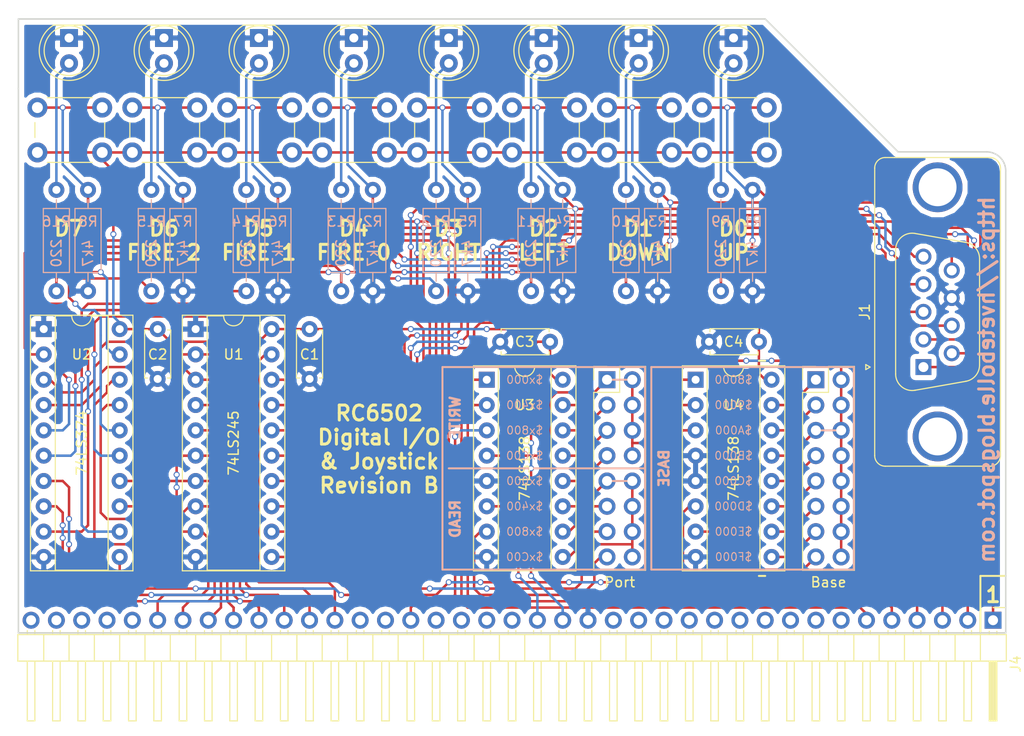
<source format=kicad_pcb>
(kicad_pcb (version 4) (host pcbnew 4.0.7)
  (layers (0 F.Cu signal) (31 B.Cu signal) (34 B.Paste user) (35 F.Paste user) (36 B.SilkS user) (37 F.SilkS user) (38 B.Mask user) (39 F.Mask user) (44 Edge.Cuts user))
  (net 0 "")
  (net 1 GND)
  (net 2 VCC)
  (net 3 "Net-(J2-Pad1)")
  (net 4 WRITE)
  (net 5 "Net-(J2-Pad3)")
  (net 6 "Net-(J2-Pad5)")
  (net 7 "Net-(J2-Pad7)")
  (net 8 "Net-(J2-Pad9)")
  (net 9 READ)
  (net 10 "Net-(J2-Pad11)")
  (net 11 "Net-(J2-Pad13)")
  (net 12 "Net-(J2-Pad15)")
  (net 13 "Net-(J3-Pad1)")
  (net 14 "Net-(J3-Pad10)")
  (net 15 "Net-(J3-Pad3)")
  (net 16 "Net-(J3-Pad5)")
  (net 17 "Net-(J3-Pad7)")
  (net 18 "Net-(J3-Pad9)")
  (net 19 "Net-(J3-Pad11)")
  (net 20 "Net-(J3-Pad13)")
  (net 21 "Net-(J3-Pad15)")
  (net 22 /A15)
  (net 23 /A14)
  (net 24 /A13)
  (net 25 /A12)
  (net 26 /A11)
  (net 27 /A10)
  (net 28 /Phi2)
  (net 29 /R/~W)
  (net 30 /D0)
  (net 31 /D1)
  (net 32 /D2)
  (net 33 /D3)
  (net 34 /D4)
  (net 35 /D5)
  (net 36 /D6)
  (net 37 /D7)
  (net 38 "Net-(D1-Pad2)")
  (net 39 "Net-(D2-Pad2)")
  (net 40 "Net-(D3-Pad2)")
  (net 41 "Net-(D4-Pad2)")
  (net 42 "Net-(D5-Pad2)")
  (net 43 "Net-(D6-Pad2)")
  (net 44 "Net-(D7-Pad2)")
  (net 45 "Net-(D8-Pad2)")
  (net 46 /IN_D0_UP)
  (net 47 /IN_D1_DOWN)
  (net 48 /IN_D2_LEFT)
  (net 49 /IN_D3_RIGHT)
  (net 50 /IN_D6_FIRE2)
  (net 51 /IN_D4_FIRE0)
  (net 52 /IN_D5_FIRE1)
  (net 53 /IN_D7)
  (net 54 /OUT_D0_UP)
  (net 55 /OUT_D1_DOWN)
  (net 56 /OUT_D2_LEFT)
  (net 57 /OUT_D3_RIGHT)
  (net 58 /OUT_D4_FIRE0)
  (net 59 /OUT_D5_FIRE1)
  (net 60 /OUT_D6_FIRE2)
  (net 61 /OUT_D7)
  (module Pin_Headers:Pin_Header_Straight_2x08_Pitch2.54mm (layer F.Cu) (at 135.255 117.475)
    (fp_text reference J2)
    (fp_text value Port (at 1.27 20.32) (layer F.SilkS))
    (pad 1 thru_hole rect (at 0 0) (size 1.7 1.7) (drill 1) (layers *.Cu *.Mask) (net 3 "Net-(J2-Pad1)"))
    (pad 2 thru_hole oval (at 2.54 0) (size 1.7 1.7) (drill 1) (layers *.Cu *.Mask) (net 4 WRITE))
    (pad 3 thru_hole oval (at 0 2.54) (size 1.7 1.7) (drill 1) (layers *.Cu *.Mask) (net 5 "Net-(J2-Pad3)"))
    (pad 4 thru_hole oval (at 2.54 2.54) (size 1.7 1.7) (drill 1) (layers *.Cu *.Mask) (net 4 WRITE))
    (pad 5 thru_hole oval (at 0 5.08) (size 1.7 1.7) (drill 1) (layers *.Cu *.Mask) (net 6 "Net-(J2-Pad5)"))
    (pad 6 thru_hole oval (at 2.54 5.08) (size 1.7 1.7) (drill 1) (layers *.Cu *.Mask) (net 4 WRITE))
    (pad 7 thru_hole oval (at 0 7.62) (size 1.7 1.7) (drill 1) (layers *.Cu *.Mask) (net 7 "Net-(J2-Pad7)"))
    (pad 8 thru_hole oval (at 2.54 7.62) (size 1.7 1.7) (drill 1) (layers *.Cu *.Mask) (net 4 WRITE))
    (pad 9 thru_hole oval (at 0 10.16) (size 1.7 1.7) (drill 1) (layers *.Cu *.Mask) (net 8 "Net-(J2-Pad9)"))
    (pad 10 thru_hole oval (at 2.54 10.16) (size 1.7 1.7) (drill 1) (layers *.Cu *.Mask) (net 9 READ))
    (pad 11 thru_hole oval (at 0 12.7) (size 1.7 1.7) (drill 1) (layers *.Cu *.Mask) (net 10 "Net-(J2-Pad11)"))
    (pad 12 thru_hole oval (at 2.54 12.7) (size 1.7 1.7) (drill 1) (layers *.Cu *.Mask) (net 9 READ))
    (pad 13 thru_hole oval (at 0 15.24) (size 1.7 1.7) (drill 1) (layers *.Cu *.Mask) (net 11 "Net-(J2-Pad13)"))
    (pad 14 thru_hole oval (at 2.54 15.24) (size 1.7 1.7) (drill 1) (layers *.Cu *.Mask) (net 9 READ))
    (pad 15 thru_hole oval (at 0 17.78) (size 1.7 1.7) (drill 1) (layers *.Cu *.Mask) (net 12 "Net-(J2-Pad15)"))
    (pad 16 thru_hole oval (at 2.54 17.78) (size 1.7 1.7) (drill 1) (layers *.Cu *.Mask) (net 9 READ))
  )
  (module Pin_Headers:Pin_Header_Straight_2x08_Pitch2.54mm (layer F.Cu) (at 156.21 117.475)
    (fp_text reference J3)
    (fp_text value Base (at 1.27 20.32) (layer F.SilkS))
    (pad 1 thru_hole rect (at 0 0) (size 1.7 1.7) (drill 1) (layers *.Cu *.Mask) (net 13 "Net-(J3-Pad1)"))
    (pad 2 thru_hole oval (at 2.54 0) (size 1.7 1.7) (drill 1) (layers *.Cu *.Mask) (net 14 "Net-(J3-Pad10)"))
    (pad 3 thru_hole oval (at 0 2.54) (size 1.7 1.7) (drill 1) (layers *.Cu *.Mask) (net 15 "Net-(J3-Pad3)"))
    (pad 4 thru_hole oval (at 2.54 2.54) (size 1.7 1.7) (drill 1) (layers *.Cu *.Mask) (net 14 "Net-(J3-Pad10)"))
    (pad 5 thru_hole oval (at 0 5.08) (size 1.7 1.7) (drill 1) (layers *.Cu *.Mask) (net 16 "Net-(J3-Pad5)"))
    (pad 6 thru_hole oval (at 2.54 5.08) (size 1.7 1.7) (drill 1) (layers *.Cu *.Mask) (net 14 "Net-(J3-Pad10)"))
    (pad 7 thru_hole oval (at 0 7.62) (size 1.7 1.7) (drill 1) (layers *.Cu *.Mask) (net 17 "Net-(J3-Pad7)"))
    (pad 8 thru_hole oval (at 2.54 7.62) (size 1.7 1.7) (drill 1) (layers *.Cu *.Mask) (net 14 "Net-(J3-Pad10)"))
    (pad 9 thru_hole oval (at 0 10.16) (size 1.7 1.7) (drill 1) (layers *.Cu *.Mask) (net 18 "Net-(J3-Pad9)"))
    (pad 10 thru_hole oval (at 2.54 10.16) (size 1.7 1.7) (drill 1) (layers *.Cu *.Mask) (net 14 "Net-(J3-Pad10)"))
    (pad 11 thru_hole oval (at 0 12.7) (size 1.7 1.7) (drill 1) (layers *.Cu *.Mask) (net 19 "Net-(J3-Pad11)"))
    (pad 12 thru_hole oval (at 2.54 12.7) (size 1.7 1.7) (drill 1) (layers *.Cu *.Mask) (net 14 "Net-(J3-Pad10)"))
    (pad 13 thru_hole oval (at 0 15.24) (size 1.7 1.7) (drill 1) (layers *.Cu *.Mask) (net 20 "Net-(J3-Pad13)"))
    (pad 14 thru_hole oval (at 2.54 15.24) (size 1.7 1.7) (drill 1) (layers *.Cu *.Mask) (net 14 "Net-(J3-Pad10)"))
    (pad 15 thru_hole oval (at 0 17.78) (size 1.7 1.7) (drill 1) (layers *.Cu *.Mask) (net 21 "Net-(J3-Pad15)"))
    (pad 16 thru_hole oval (at 2.54 17.78) (size 1.7 1.7) (drill 1) (layers *.Cu *.Mask) (net 14 "Net-(J3-Pad10)"))
  )
  (module Pin_Headers:Pin_Header_Angled_1x39_Pitch2.54mm (layer F.Cu) (at 173.99 141.605 270)
    (fp_text reference J4 (at 4.385 -2.27 270) (layer F.SilkS))
    (fp_text value RC6502_Backplane)
    (pad 1 thru_hole rect (at 0 0 270) (size 1.7 1.7) (drill 1) (layers *.Cu *.Mask) (net 22 /A15))
    (pad 2 thru_hole oval (at 0 2.54 270) (size 1.7 1.7) (drill 1) (layers *.Cu *.Mask) (net 23 /A14))
    (pad 3 thru_hole oval (at 0 5.08 270) (size 1.7 1.7) (drill 1) (layers *.Cu *.Mask) (net 24 /A13))
    (pad 4 thru_hole oval (at 0 7.62 270) (size 1.7 1.7) (drill 1) (layers *.Cu *.Mask) (net 25 /A12))
    (pad 5 thru_hole oval (at 0 10.16 270) (size 1.7 1.7) (drill 1) (layers *.Cu *.Mask) (net 26 /A11))
    (pad 6 thru_hole oval (at 0 12.7 270) (size 1.7 1.7) (drill 1) (layers *.Cu *.Mask) (net 27 /A10))
    (pad 7 thru_hole oval (at 0 15.24 270) (size 1.7 1.7) (drill 1) (layers *.Cu *.Mask))
    (pad 8 thru_hole oval (at 0 17.78 270) (size 1.7 1.7) (drill 1) (layers *.Cu *.Mask))
    (pad 9 thru_hole oval (at 0 20.32 270) (size 1.7 1.7) (drill 1) (layers *.Cu *.Mask))
    (pad 10 thru_hole oval (at 0 22.86 270) (size 1.7 1.7) (drill 1) (layers *.Cu *.Mask))
    (pad 11 thru_hole oval (at 0 25.4 270) (size 1.7 1.7) (drill 1) (layers *.Cu *.Mask))
    (pad 12 thru_hole oval (at 0 27.94 270) (size 1.7 1.7) (drill 1) (layers *.Cu *.Mask))
    (pad 13 thru_hole oval (at 0 30.48 270) (size 1.7 1.7) (drill 1) (layers *.Cu *.Mask))
    (pad 14 thru_hole oval (at 0 33.02 270) (size 1.7 1.7) (drill 1) (layers *.Cu *.Mask))
    (pad 15 thru_hole oval (at 0 35.56 270) (size 1.7 1.7) (drill 1) (layers *.Cu *.Mask))
    (pad 16 thru_hole oval (at 0 38.1 270) (size 1.7 1.7) (drill 1) (layers *.Cu *.Mask))
    (pad 17 thru_hole oval (at 0 40.64 270) (size 1.7 1.7) (drill 1) (layers *.Cu *.Mask) (net 1 GND))
    (pad 18 thru_hole oval (at 0 43.18 270) (size 1.7 1.7) (drill 1) (layers *.Cu *.Mask) (net 2 VCC))
    (pad 19 thru_hole oval (at 0 45.72 270) (size 1.7 1.7) (drill 1) (layers *.Cu *.Mask) (net 28 /Phi2))
    (pad 20 thru_hole oval (at 0 48.26 270) (size 1.7 1.7) (drill 1) (layers *.Cu *.Mask))
    (pad 21 thru_hole oval (at 0 50.8 270) (size 1.7 1.7) (drill 1) (layers *.Cu *.Mask))
    (pad 22 thru_hole oval (at 0 53.34 270) (size 1.7 1.7) (drill 1) (layers *.Cu *.Mask))
    (pad 23 thru_hole oval (at 0 55.88 270) (size 1.7 1.7) (drill 1) (layers *.Cu *.Mask))
    (pad 24 thru_hole oval (at 0 58.42 270) (size 1.7 1.7) (drill 1) (layers *.Cu *.Mask) (net 29 /R/~W))
    (pad 25 thru_hole oval (at 0 60.96 270) (size 1.7 1.7) (drill 1) (layers *.Cu *.Mask))
    (pad 26 thru_hole oval (at 0 63.5 270) (size 1.7 1.7) (drill 1) (layers *.Cu *.Mask))
    (pad 27 thru_hole oval (at 0 66.04 270) (size 1.7 1.7) (drill 1) (layers *.Cu *.Mask) (net 30 /D0))
    (pad 28 thru_hole oval (at 0 68.58 270) (size 1.7 1.7) (drill 1) (layers *.Cu *.Mask) (net 31 /D1))
    (pad 29 thru_hole oval (at 0 71.12 270) (size 1.7 1.7) (drill 1) (layers *.Cu *.Mask) (net 32 /D2))
    (pad 30 thru_hole oval (at 0 73.66 270) (size 1.7 1.7) (drill 1) (layers *.Cu *.Mask) (net 33 /D3))
    (pad 31 thru_hole oval (at 0 76.2 270) (size 1.7 1.7) (drill 1) (layers *.Cu *.Mask) (net 34 /D4))
    (pad 32 thru_hole oval (at 0 78.74 270) (size 1.7 1.7) (drill 1) (layers *.Cu *.Mask) (net 35 /D5))
    (pad 33 thru_hole oval (at 0 81.28 270) (size 1.7 1.7) (drill 1) (layers *.Cu *.Mask) (net 36 /D6))
    (pad 34 thru_hole oval (at 0 83.82 270) (size 1.7 1.7) (drill 1) (layers *.Cu *.Mask) (net 37 /D7))
    (pad 35 thru_hole oval (at 0 86.36 270) (size 1.7 1.7) (drill 1) (layers *.Cu *.Mask))
    (pad 36 thru_hole oval (at 0 88.9 270) (size 1.7 1.7) (drill 1) (layers *.Cu *.Mask))
    (pad 37 thru_hole oval (at 0 91.44 270) (size 1.7 1.7) (drill 1) (layers *.Cu *.Mask))
    (pad 38 thru_hole oval (at 0 93.98 270) (size 1.7 1.7) (drill 1) (layers *.Cu *.Mask))
    (pad 39 thru_hole oval (at 0 96.52 270) (size 1.7 1.7) (drill 1) (layers *.Cu *.Mask))
  )
  (module Resistors_THT:R_Axial_DIN0207_L6.3mm_D2.5mm_P10.16mm_Horizontal (layer B.Cu) (at 111.76 98.425 270)
    (fp_text reference R2 (at 3.175 0 540) (layer B.SilkS) (effects (justify mirror)))
    (fp_text value 4k7 (at 6.35 0 270) (layer B.SilkS) (effects (justify mirror)))
    (pad 1 thru_hole circle (at 0 0 270) (size 1.6 1.6) (drill 0.8) (layers *.Cu *.Mask) (net 51 /IN_D4_FIRE0))
    (pad 2 thru_hole oval (at 10.16 0 270) (size 1.6 1.6) (drill 0.8) (layers *.Cu *.Mask) (net 1 GND))
  )
  (module Capacitors_THT:C_Disc_D4.7mm_W2.5mm_P5.00mm (layer F.Cu) (at 105.41 112.395 270)
    (fp_text reference C1 (at 2.54 0 540) (layer F.SilkS))
    (fp_text value 100nF)
    (pad 1 thru_hole circle (at 0 0 270) (size 1.6 1.6) (drill 0.8) (layers *.Cu *.Mask) (net 2 VCC))
    (pad 2 thru_hole circle (at 5 0 270) (size 1.6 1.6) (drill 0.8) (layers *.Cu *.Mask) (net 1 GND))
  )
  (module Capacitors_THT:C_Disc_D4.7mm_W2.5mm_P5.00mm (layer F.Cu) (at 90.17 112.395 270)
    (fp_text reference C2 (at 2.54 0 360) (layer F.SilkS))
    (fp_text value 100nF)
    (pad 1 thru_hole circle (at 0 0 270) (size 1.6 1.6) (drill 0.8) (layers *.Cu *.Mask) (net 2 VCC))
    (pad 2 thru_hole circle (at 5 0 270) (size 1.6 1.6) (drill 0.8) (layers *.Cu *.Mask) (net 1 GND))
  )
  (module Capacitors_THT:C_Disc_D4.7mm_W2.5mm_P5.00mm (layer F.Cu) (at 129.54 113.665 180)
    (fp_text reference C3 (at 2.54 0 180) (layer F.SilkS))
    (fp_text value 100nF)
    (pad 1 thru_hole circle (at 0 0 180) (size 1.6 1.6) (drill 0.8) (layers *.Cu *.Mask) (net 2 VCC))
    (pad 2 thru_hole circle (at 5 0 180) (size 1.6 1.6) (drill 0.8) (layers *.Cu *.Mask) (net 1 GND))
  )
  (module Capacitors_THT:C_Disc_D4.7mm_W2.5mm_P5.00mm (layer F.Cu) (at 150.495 113.665 180)
    (fp_text reference C4 (at 2.54 0 180) (layer F.SilkS))
    (fp_text value 100nF)
    (pad 1 thru_hole circle (at 0 0 180) (size 1.6 1.6) (drill 0.8) (layers *.Cu *.Mask) (net 2 VCC))
    (pad 2 thru_hole circle (at 5 0 180) (size 1.6 1.6) (drill 0.8) (layers *.Cu *.Mask) (net 1 GND))
  )
  (module LEDs:LED_D5.0mm (layer F.Cu) (at 147.955 83.185 270)
    (fp_text reference D1 hide)
    (fp_text value LED_Small)
    (pad 1 thru_hole rect (at 0 0 270) (size 1.8 1.8) (drill 0.9) (layers *.Cu *.Mask) (net 1 GND))
    (pad 2 thru_hole circle (at 2.54 0 270) (size 1.8 1.8) (drill 0.9) (layers *.Cu *.Mask) (net 38 "Net-(D1-Pad2)"))
  )
  (module LEDs:LED_D5.0mm (layer F.Cu) (at 138.43 83.185 270)
    (fp_text reference D2 hide)
    (fp_text value LED_Small)
    (pad 1 thru_hole rect (at 0 0 270) (size 1.8 1.8) (drill 0.9) (layers *.Cu *.Mask) (net 1 GND))
    (pad 2 thru_hole circle (at 2.54 0 270) (size 1.8 1.8) (drill 0.9) (layers *.Cu *.Mask) (net 39 "Net-(D2-Pad2)"))
  )
  (module LEDs:LED_D5.0mm (layer F.Cu) (at 128.905 83.185 270)
    (fp_text reference D3 hide)
    (fp_text value LED_Small)
    (pad 1 thru_hole rect (at 0 0 270) (size 1.8 1.8) (drill 0.9) (layers *.Cu *.Mask) (net 1 GND))
    (pad 2 thru_hole circle (at 2.54 0 270) (size 1.8 1.8) (drill 0.9) (layers *.Cu *.Mask) (net 40 "Net-(D3-Pad2)"))
  )
  (module LEDs:LED_D5.0mm (layer F.Cu) (at 119.38 83.185 270)
    (fp_text reference D4 hide)
    (fp_text value LED_Small)
    (pad 1 thru_hole rect (at 0 0 270) (size 1.8 1.8) (drill 0.9) (layers *.Cu *.Mask) (net 1 GND))
    (pad 2 thru_hole circle (at 2.54 0 270) (size 1.8 1.8) (drill 0.9) (layers *.Cu *.Mask) (net 41 "Net-(D4-Pad2)"))
  )
  (module LEDs:LED_D5.0mm (layer F.Cu) (at 109.855 83.185 270)
    (fp_text reference D5 hide)
    (fp_text value LED_Small)
    (pad 1 thru_hole rect (at 0 0 270) (size 1.8 1.8) (drill 0.9) (layers *.Cu *.Mask) (net 1 GND))
    (pad 2 thru_hole circle (at 2.54 0 270) (size 1.8 1.8) (drill 0.9) (layers *.Cu *.Mask) (net 42 "Net-(D5-Pad2)"))
  )
  (module LEDs:LED_D5.0mm (layer F.Cu) (at 100.33 83.185 270)
    (fp_text reference D6 hide)
    (fp_text value LED_Small)
    (pad 1 thru_hole rect (at 0 0 270) (size 1.8 1.8) (drill 0.9) (layers *.Cu *.Mask) (net 1 GND))
    (pad 2 thru_hole circle (at 2.54 0 270) (size 1.8 1.8) (drill 0.9) (layers *.Cu *.Mask) (net 43 "Net-(D6-Pad2)"))
  )
  (module LEDs:LED_D5.0mm (layer F.Cu) (at 90.805 83.185 270)
    (fp_text reference D7 hide)
    (fp_text value LED_Small)
    (pad 1 thru_hole rect (at 0 0 270) (size 1.8 1.8) (drill 0.9) (layers *.Cu *.Mask) (net 1 GND))
    (pad 2 thru_hole circle (at 2.54 0 270) (size 1.8 1.8) (drill 0.9) (layers *.Cu *.Mask) (net 44 "Net-(D7-Pad2)"))
  )
  (module LEDs:LED_D5.0mm (layer F.Cu) (at 81.28 83.185 270)
    (fp_text reference D8 hide)
    (fp_text value LED_Small)
    (pad 1 thru_hole rect (at 0 0 270) (size 1.8 1.8) (drill 0.9) (layers *.Cu *.Mask) (net 1 GND))
    (pad 2 thru_hole circle (at 2.54 0 270) (size 1.8 1.8) (drill 0.9) (layers *.Cu *.Mask) (net 45 "Net-(D8-Pad2)"))
  )
  (module RND_DSUB:DSUB-9_Male_Vertical_Pitch2.77x2.84mm (layer F.Cu) (at 167.005 116.205 90)
    (fp_text reference J1 (at 5.54 -5.89 90) (layer F.SilkS))
    (fp_text value Atari_Joystick)
    (pad 1 thru_hole rect (at 0 0 90) (size 1.6 1.6) (drill 1) (layers *.Cu *.Mask) (net 46 /IN_D0_UP))
    (pad 2 thru_hole circle (at 2.77 0 90) (size 1.6 1.6) (drill 1) (layers *.Cu *.Mask) (net 47 /IN_D1_DOWN))
    (pad 3 thru_hole circle (at 5.54 0 90) (size 1.6 1.6) (drill 1) (layers *.Cu *.Mask) (net 48 /IN_D2_LEFT))
    (pad 4 thru_hole circle (at 8.31 0 90) (size 1.6 1.6) (drill 1) (layers *.Cu *.Mask) (net 49 /IN_D3_RIGHT))
    (pad 5 thru_hole circle (at 11.08 0 90) (size 1.6 1.6) (drill 1) (layers *.Cu *.Mask) (net 50 /IN_D6_FIRE2))
    (pad 6 thru_hole circle (at 1.385 2.84 90) (size 1.6 1.6) (drill 1) (layers *.Cu *.Mask) (net 51 /IN_D4_FIRE0))
    (pad 7 thru_hole circle (at 4.155 2.84 90) (size 1.6 1.6) (drill 1) (layers *.Cu *.Mask) (net 2 VCC))
    (pad 8 thru_hole circle (at 6.925 2.84 90) (size 1.6 1.6) (drill 1) (layers *.Cu *.Mask) (net 1 GND))
    (pad 9 thru_hole circle (at 9.695 2.84 90) (size 1.6 1.6) (drill 1) (layers *.Cu *.Mask) (net 52 /IN_D5_FIRE1))
    (pad "" np_thru_hole circle (at 18.04 1.42 90) (size 5 5) (drill 3.8) (layers *.Cu *.Mask))
    (pad "" np_thru_hole circle (at -6.96 1.42 90) (size 5 5) (drill 3.8) (layers *.Cu *.Mask))
  )
  (module Resistors_THT:R_Axial_DIN0207_L6.3mm_D2.5mm_P10.16mm_Horizontal (layer B.Cu) (at 149.86 98.425 270)
    (fp_text reference R1 (at 3.175 0 540) (layer B.SilkS) (effects (justify mirror)))
    (fp_text value 4k7 (at 6.35 0 270) (layer B.SilkS) (effects (justify mirror)))
    (pad 1 thru_hole circle (at 0 0 270) (size 1.6 1.6) (drill 0.8) (layers *.Cu *.Mask) (net 46 /IN_D0_UP))
    (pad 2 thru_hole oval (at 10.16 0 270) (size 1.6 1.6) (drill 0.8) (layers *.Cu *.Mask) (net 1 GND))
  )
  (module Resistors_THT:R_Axial_DIN0207_L6.3mm_D2.5mm_P10.16mm_Horizontal (layer B.Cu) (at 140.335 98.425 270)
    (fp_text reference R3 (at 3.175 0 540) (layer B.SilkS) (effects (justify mirror)))
    (fp_text value 4k7 (at 6.35 0 270) (layer B.SilkS) (effects (justify mirror)))
    (pad 1 thru_hole circle (at 0 0 270) (size 1.6 1.6) (drill 0.8) (layers *.Cu *.Mask) (net 47 /IN_D1_DOWN))
    (pad 2 thru_hole oval (at 10.16 0 270) (size 1.6 1.6) (drill 0.8) (layers *.Cu *.Mask) (net 1 GND))
  )
  (module Resistors_THT:R_Axial_DIN0207_L6.3mm_D2.5mm_P10.16mm_Horizontal (layer B.Cu) (at 130.81 98.425 270)
    (fp_text reference R4 (at 3.175 0 540) (layer B.SilkS) (effects (justify mirror)))
    (fp_text value 4k7 (at 6.35 0 270) (layer B.SilkS) (effects (justify mirror)))
    (pad 1 thru_hole circle (at 0 0 270) (size 1.6 1.6) (drill 0.8) (layers *.Cu *.Mask) (net 48 /IN_D2_LEFT))
    (pad 2 thru_hole oval (at 10.16 0 270) (size 1.6 1.6) (drill 0.8) (layers *.Cu *.Mask) (net 1 GND))
  )
  (module Resistors_THT:R_Axial_DIN0207_L6.3mm_D2.5mm_P10.16mm_Horizontal (layer B.Cu) (at 121.285 98.425 270)
    (fp_text reference R5 (at 3.175 0 540) (layer B.SilkS) (effects (justify mirror)))
    (fp_text value 4k7 (at 6.35 0 270) (layer B.SilkS) (effects (justify mirror)))
    (pad 1 thru_hole circle (at 0 0 270) (size 1.6 1.6) (drill 0.8) (layers *.Cu *.Mask) (net 49 /IN_D3_RIGHT))
    (pad 2 thru_hole oval (at 10.16 0 270) (size 1.6 1.6) (drill 0.8) (layers *.Cu *.Mask) (net 1 GND))
  )
  (module Resistors_THT:R_Axial_DIN0207_L6.3mm_D2.5mm_P10.16mm_Horizontal (layer B.Cu) (at 102.235 98.425 270)
    (fp_text reference R6 (at 3.175 0 540) (layer B.SilkS) (effects (justify mirror)))
    (fp_text value 4k7 (at 6.35 0 270) (layer B.SilkS) (effects (justify mirror)))
    (pad 1 thru_hole circle (at 0 0 270) (size 1.6 1.6) (drill 0.8) (layers *.Cu *.Mask) (net 52 /IN_D5_FIRE1))
    (pad 2 thru_hole oval (at 10.16 0 270) (size 1.6 1.6) (drill 0.8) (layers *.Cu *.Mask) (net 1 GND))
  )
  (module Resistors_THT:R_Axial_DIN0207_L6.3mm_D2.5mm_P10.16mm_Horizontal (layer B.Cu) (at 92.71 98.425 270)
    (fp_text reference R7 (at 3.175 0 540) (layer B.SilkS) (effects (justify mirror)))
    (fp_text value 4k7 (at 6.35 0 270) (layer B.SilkS) (effects (justify mirror)))
    (pad 1 thru_hole circle (at 0 0 270) (size 1.6 1.6) (drill 0.8) (layers *.Cu *.Mask) (net 50 /IN_D6_FIRE2))
    (pad 2 thru_hole oval (at 10.16 0 270) (size 1.6 1.6) (drill 0.8) (layers *.Cu *.Mask) (net 1 GND))
  )
  (module Resistors_THT:R_Axial_DIN0207_L6.3mm_D2.5mm_P10.16mm_Horizontal (layer B.Cu) (at 83.185 98.425 270)
    (fp_text reference R8 (at 3.175 0 540) (layer B.SilkS) (effects (justify mirror)))
    (fp_text value 4k7 (at 6.35 0 270) (layer B.SilkS) (effects (justify mirror)))
    (pad 1 thru_hole circle (at 0 0 270) (size 1.6 1.6) (drill 0.8) (layers *.Cu *.Mask) (net 53 /IN_D7))
    (pad 2 thru_hole oval (at 10.16 0 270) (size 1.6 1.6) (drill 0.8) (layers *.Cu *.Mask) (net 1 GND))
  )
  (module Resistors_THT:R_Axial_DIN0207_L6.3mm_D2.5mm_P10.16mm_Horizontal (layer B.Cu) (at 146.685 98.425 270)
    (fp_text reference R9 (at 3.175 0 540) (layer B.SilkS) (effects (justify mirror)))
    (fp_text value 220 (at 6.35 0 270) (layer B.SilkS) (effects (justify mirror)))
    (pad 1 thru_hole circle (at 0 0 270) (size 1.6 1.6) (drill 0.8) (layers *.Cu *.Mask) (net 38 "Net-(D1-Pad2)"))
    (pad 2 thru_hole oval (at 10.16 0 270) (size 1.6 1.6) (drill 0.8) (layers *.Cu *.Mask) (net 54 /OUT_D0_UP))
  )
  (module Resistors_THT:R_Axial_DIN0207_L6.3mm_D2.5mm_P10.16mm_Horizontal (layer B.Cu) (at 137.16 98.425 270)
    (fp_text reference R10 (at 3.175 0 540) (layer B.SilkS) (effects (justify mirror)))
    (fp_text value 220 (at 6.35 0 270) (layer B.SilkS) (effects (justify mirror)))
    (pad 1 thru_hole circle (at 0 0 270) (size 1.6 1.6) (drill 0.8) (layers *.Cu *.Mask) (net 39 "Net-(D2-Pad2)"))
    (pad 2 thru_hole oval (at 10.16 0 270) (size 1.6 1.6) (drill 0.8) (layers *.Cu *.Mask) (net 55 /OUT_D1_DOWN))
  )
  (module Resistors_THT:R_Axial_DIN0207_L6.3mm_D2.5mm_P10.16mm_Horizontal (layer B.Cu) (at 127.635 98.425 270)
    (fp_text reference R11 (at 3.175 0 540) (layer B.SilkS) (effects (justify mirror)))
    (fp_text value 220 (at 6.35 0 270) (layer B.SilkS) (effects (justify mirror)))
    (pad 1 thru_hole circle (at 0 0 270) (size 1.6 1.6) (drill 0.8) (layers *.Cu *.Mask) (net 40 "Net-(D3-Pad2)"))
    (pad 2 thru_hole oval (at 10.16 0 270) (size 1.6 1.6) (drill 0.8) (layers *.Cu *.Mask) (net 56 /OUT_D2_LEFT))
  )
  (module Resistors_THT:R_Axial_DIN0207_L6.3mm_D2.5mm_P10.16mm_Horizontal (layer B.Cu) (at 118.11 98.425 270)
    (fp_text reference R12 (at 3.175 0 540) (layer B.SilkS) (effects (justify mirror)))
    (fp_text value 220 (at 6.35 0 270) (layer B.SilkS) (effects (justify mirror)))
    (pad 1 thru_hole circle (at 0 0 270) (size 1.6 1.6) (drill 0.8) (layers *.Cu *.Mask) (net 41 "Net-(D4-Pad2)"))
    (pad 2 thru_hole oval (at 10.16 0 270) (size 1.6 1.6) (drill 0.8) (layers *.Cu *.Mask) (net 57 /OUT_D3_RIGHT))
  )
  (module Resistors_THT:R_Axial_DIN0207_L6.3mm_D2.5mm_P10.16mm_Horizontal (layer B.Cu) (at 108.585 98.425 270)
    (fp_text reference R13 (at 3.175 0 540) (layer B.SilkS) (effects (justify mirror)))
    (fp_text value 220 (at 6.35 0 270) (layer B.SilkS) (effects (justify mirror)))
    (pad 1 thru_hole circle (at 0 0 270) (size 1.6 1.6) (drill 0.8) (layers *.Cu *.Mask) (net 42 "Net-(D5-Pad2)"))
    (pad 2 thru_hole oval (at 10.16 0 270) (size 1.6 1.6) (drill 0.8) (layers *.Cu *.Mask) (net 58 /OUT_D4_FIRE0))
  )
  (module Resistors_THT:R_Axial_DIN0207_L6.3mm_D2.5mm_P10.16mm_Horizontal (layer B.Cu) (at 99.06 98.425 270)
    (fp_text reference R14 (at 3.175 0 540) (layer B.SilkS) (effects (justify mirror)))
    (fp_text value 220 (at 6.35 0 270) (layer B.SilkS) (effects (justify mirror)))
    (pad 1 thru_hole circle (at 0 0 270) (size 1.6 1.6) (drill 0.8) (layers *.Cu *.Mask) (net 43 "Net-(D6-Pad2)"))
    (pad 2 thru_hole oval (at 10.16 0 270) (size 1.6 1.6) (drill 0.8) (layers *.Cu *.Mask) (net 59 /OUT_D5_FIRE1))
  )
  (module Resistors_THT:R_Axial_DIN0207_L6.3mm_D2.5mm_P10.16mm_Horizontal (layer B.Cu) (at 89.535 98.425 270)
    (fp_text reference R15 (at 3.175 0 540) (layer B.SilkS) (effects (justify mirror)))
    (fp_text value 220 (at 6.35 0 270) (layer B.SilkS) (effects (justify mirror)))
    (pad 1 thru_hole circle (at 0 0 270) (size 1.6 1.6) (drill 0.8) (layers *.Cu *.Mask) (net 44 "Net-(D7-Pad2)"))
    (pad 2 thru_hole oval (at 10.16 0 270) (size 1.6 1.6) (drill 0.8) (layers *.Cu *.Mask) (net 60 /OUT_D6_FIRE2))
  )
  (module Resistors_THT:R_Axial_DIN0207_L6.3mm_D2.5mm_P10.16mm_Horizontal (layer B.Cu) (at 80.01 98.425 270)
    (fp_text reference R16 (at 3.175 0 540) (layer B.SilkS) (effects (justify mirror)))
    (fp_text value 220 (at 6.35 0 270) (layer B.SilkS) (effects (justify mirror)))
    (pad 1 thru_hole circle (at 0 0 270) (size 1.6 1.6) (drill 0.8) (layers *.Cu *.Mask) (net 45 "Net-(D8-Pad2)"))
    (pad 2 thru_hole oval (at 10.16 0 270) (size 1.6 1.6) (drill 0.8) (layers *.Cu *.Mask) (net 61 /OUT_D7))
  )
  (module Buttons_Switches_THT:SW_PUSH_6mm_h5mm (layer F.Cu) (at 144.78 90.17)
    (fp_text reference SW1 hide)
    (fp_text value SW_Push hide)
    (pad 2 thru_hole circle (at 0 4.5 90) (size 2 2) (drill 1.1) (layers *.Cu *.Mask) (net 2 VCC))
    (pad 1 thru_hole circle (at 0 0 90) (size 2 2) (drill 1.1) (layers *.Cu *.Mask) (net 46 /IN_D0_UP))
    (pad 2 thru_hole circle (at 6.5 4.5 90) (size 2 2) (drill 1.1) (layers *.Cu *.Mask) (net 2 VCC))
    (pad 1 thru_hole circle (at 6.5 0 90) (size 2 2) (drill 1.1) (layers *.Cu *.Mask) (net 46 /IN_D0_UP))
  )
  (module Buttons_Switches_THT:SW_PUSH_6mm_h5mm (layer F.Cu) (at 135.255 90.17)
    (fp_text reference SW2 hide)
    (fp_text value SW_Push hide)
    (pad 2 thru_hole circle (at 0 4.5 90) (size 2 2) (drill 1.1) (layers *.Cu *.Mask) (net 2 VCC))
    (pad 1 thru_hole circle (at 0 0 90) (size 2 2) (drill 1.1) (layers *.Cu *.Mask) (net 47 /IN_D1_DOWN))
    (pad 2 thru_hole circle (at 6.5 4.5 90) (size 2 2) (drill 1.1) (layers *.Cu *.Mask) (net 2 VCC))
    (pad 1 thru_hole circle (at 6.5 0 90) (size 2 2) (drill 1.1) (layers *.Cu *.Mask) (net 47 /IN_D1_DOWN))
  )
  (module Buttons_Switches_THT:SW_PUSH_6mm_h5mm (layer F.Cu) (at 125.73 90.17)
    (fp_text reference SW3 hide)
    (fp_text value SW_Push hide)
    (pad 2 thru_hole circle (at 0 4.5 90) (size 2 2) (drill 1.1) (layers *.Cu *.Mask) (net 2 VCC))
    (pad 1 thru_hole circle (at 0 0 90) (size 2 2) (drill 1.1) (layers *.Cu *.Mask) (net 48 /IN_D2_LEFT))
    (pad 2 thru_hole circle (at 6.5 4.5 90) (size 2 2) (drill 1.1) (layers *.Cu *.Mask) (net 2 VCC))
    (pad 1 thru_hole circle (at 6.5 0 90) (size 2 2) (drill 1.1) (layers *.Cu *.Mask) (net 48 /IN_D2_LEFT))
  )
  (module Buttons_Switches_THT:SW_PUSH_6mm_h5mm (layer F.Cu) (at 116.205 90.17)
    (fp_text reference SW4 hide)
    (fp_text value SW_Push hide)
    (pad 2 thru_hole circle (at 0 4.5 90) (size 2 2) (drill 1.1) (layers *.Cu *.Mask) (net 2 VCC))
    (pad 1 thru_hole circle (at 0 0 90) (size 2 2) (drill 1.1) (layers *.Cu *.Mask) (net 49 /IN_D3_RIGHT))
    (pad 2 thru_hole circle (at 6.5 4.5 90) (size 2 2) (drill 1.1) (layers *.Cu *.Mask) (net 2 VCC))
    (pad 1 thru_hole circle (at 6.5 0 90) (size 2 2) (drill 1.1) (layers *.Cu *.Mask) (net 49 /IN_D3_RIGHT))
  )
  (module Buttons_Switches_THT:SW_PUSH_6mm_h5mm (layer F.Cu) (at 106.68 90.17)
    (fp_text reference SW5 hide)
    (fp_text value SW_Push hide)
    (pad 2 thru_hole circle (at 0 4.5 90) (size 2 2) (drill 1.1) (layers *.Cu *.Mask) (net 2 VCC))
    (pad 1 thru_hole circle (at 0 0 90) (size 2 2) (drill 1.1) (layers *.Cu *.Mask) (net 51 /IN_D4_FIRE0))
    (pad 2 thru_hole circle (at 6.5 4.5 90) (size 2 2) (drill 1.1) (layers *.Cu *.Mask) (net 2 VCC))
    (pad 1 thru_hole circle (at 6.5 0 90) (size 2 2) (drill 1.1) (layers *.Cu *.Mask) (net 51 /IN_D4_FIRE0))
  )
  (module Buttons_Switches_THT:SW_PUSH_6mm_h5mm (layer F.Cu) (at 97.155 90.17)
    (fp_text reference SW6 hide)
    (fp_text value SW_Push hide)
    (pad 2 thru_hole circle (at 0 4.5 90) (size 2 2) (drill 1.1) (layers *.Cu *.Mask) (net 2 VCC))
    (pad 1 thru_hole circle (at 0 0 90) (size 2 2) (drill 1.1) (layers *.Cu *.Mask) (net 52 /IN_D5_FIRE1))
    (pad 2 thru_hole circle (at 6.5 4.5 90) (size 2 2) (drill 1.1) (layers *.Cu *.Mask) (net 2 VCC))
    (pad 1 thru_hole circle (at 6.5 0 90) (size 2 2) (drill 1.1) (layers *.Cu *.Mask) (net 52 /IN_D5_FIRE1))
  )
  (module Buttons_Switches_THT:SW_PUSH_6mm_h5mm (layer F.Cu) (at 87.63 90.17)
    (fp_text reference SW7 hide)
    (fp_text value SW_Push hide)
    (pad 2 thru_hole circle (at 0 4.5 90) (size 2 2) (drill 1.1) (layers *.Cu *.Mask) (net 2 VCC))
    (pad 1 thru_hole circle (at 0 0 90) (size 2 2) (drill 1.1) (layers *.Cu *.Mask) (net 50 /IN_D6_FIRE2))
    (pad 2 thru_hole circle (at 6.5 4.5 90) (size 2 2) (drill 1.1) (layers *.Cu *.Mask) (net 2 VCC))
    (pad 1 thru_hole circle (at 6.5 0 90) (size 2 2) (drill 1.1) (layers *.Cu *.Mask) (net 50 /IN_D6_FIRE2))
  )
  (module Buttons_Switches_THT:SW_PUSH_6mm_h5mm (layer F.Cu) (at 78.105 90.17)
    (fp_text reference SW8 hide)
    (fp_text value SW_Push hide)
    (pad 2 thru_hole circle (at 0 4.5 90) (size 2 2) (drill 1.1) (layers *.Cu *.Mask) (net 2 VCC))
    (pad 1 thru_hole circle (at 0 0 90) (size 2 2) (drill 1.1) (layers *.Cu *.Mask) (net 53 /IN_D7))
    (pad 2 thru_hole circle (at 6.5 4.5 90) (size 2 2) (drill 1.1) (layers *.Cu *.Mask) (net 2 VCC))
    (pad 1 thru_hole circle (at 6.5 0 90) (size 2 2) (drill 1.1) (layers *.Cu *.Mask) (net 53 /IN_D7))
  )
  (module Housings_DIP:DIP-20_W7.62mm_Socket (layer F.Cu) (at 93.98 112.395)
    (fp_text reference U1 (at 3.81 2.54) (layer F.SilkS))
    (fp_text value 74LS245 (at 3.81 11.43 90) (layer F.SilkS))
    (pad 1 thru_hole rect (at 0 0) (size 1.6 1.6) (drill 0.8) (layers *.Cu *.Mask) (net 1 GND))
    (pad 11 thru_hole oval (at 7.62 22.86) (size 1.6 1.6) (drill 0.8) (layers *.Cu *.Mask) (net 53 /IN_D7))
    (pad 2 thru_hole oval (at 0 2.54) (size 1.6 1.6) (drill 0.8) (layers *.Cu *.Mask) (net 30 /D0))
    (pad 12 thru_hole oval (at 7.62 20.32) (size 1.6 1.6) (drill 0.8) (layers *.Cu *.Mask) (net 50 /IN_D6_FIRE2))
    (pad 3 thru_hole oval (at 0 5.08) (size 1.6 1.6) (drill 0.8) (layers *.Cu *.Mask) (net 31 /D1))
    (pad 13 thru_hole oval (at 7.62 17.78) (size 1.6 1.6) (drill 0.8) (layers *.Cu *.Mask) (net 52 /IN_D5_FIRE1))
    (pad 4 thru_hole oval (at 0 7.62) (size 1.6 1.6) (drill 0.8) (layers *.Cu *.Mask) (net 32 /D2))
    (pad 14 thru_hole oval (at 7.62 15.24) (size 1.6 1.6) (drill 0.8) (layers *.Cu *.Mask) (net 51 /IN_D4_FIRE0))
    (pad 5 thru_hole oval (at 0 10.16) (size 1.6 1.6) (drill 0.8) (layers *.Cu *.Mask) (net 33 /D3))
    (pad 15 thru_hole oval (at 7.62 12.7) (size 1.6 1.6) (drill 0.8) (layers *.Cu *.Mask) (net 49 /IN_D3_RIGHT))
    (pad 6 thru_hole oval (at 0 12.7) (size 1.6 1.6) (drill 0.8) (layers *.Cu *.Mask) (net 34 /D4))
    (pad 16 thru_hole oval (at 7.62 10.16) (size 1.6 1.6) (drill 0.8) (layers *.Cu *.Mask) (net 48 /IN_D2_LEFT))
    (pad 7 thru_hole oval (at 0 15.24) (size 1.6 1.6) (drill 0.8) (layers *.Cu *.Mask) (net 35 /D5))
    (pad 17 thru_hole oval (at 7.62 7.62) (size 1.6 1.6) (drill 0.8) (layers *.Cu *.Mask) (net 47 /IN_D1_DOWN))
    (pad 8 thru_hole oval (at 0 17.78) (size 1.6 1.6) (drill 0.8) (layers *.Cu *.Mask) (net 36 /D6))
    (pad 18 thru_hole oval (at 7.62 5.08) (size 1.6 1.6) (drill 0.8) (layers *.Cu *.Mask) (net 46 /IN_D0_UP))
    (pad 9 thru_hole oval (at 0 20.32) (size 1.6 1.6) (drill 0.8) (layers *.Cu *.Mask) (net 37 /D7))
    (pad 19 thru_hole oval (at 7.62 2.54) (size 1.6 1.6) (drill 0.8) (layers *.Cu *.Mask) (net 9 READ))
    (pad 10 thru_hole oval (at 0 22.86) (size 1.6 1.6) (drill 0.8) (layers *.Cu *.Mask) (net 1 GND))
    (pad 20 thru_hole oval (at 7.62 0) (size 1.6 1.6) (drill 0.8) (layers *.Cu *.Mask) (net 2 VCC))
  )
  (module Housings_DIP:DIP-16_W7.62mm_Socket (layer F.Cu) (at 123.19 117.475)
    (fp_text reference U3 (at 3.81 2.54) (layer F.SilkS))
    (fp_text value 74LS138 (at 3.81 8.89 90) (layer F.SilkS))
    (pad 1 thru_hole rect (at 0 0) (size 1.6 1.6) (drill 0.8) (layers *.Cu *.Mask) (net 27 /A10))
    (pad 9 thru_hole oval (at 7.62 17.78) (size 1.6 1.6) (drill 0.8) (layers *.Cu *.Mask) (net 11 "Net-(J2-Pad13)"))
    (pad 2 thru_hole oval (at 0 2.54) (size 1.6 1.6) (drill 0.8) (layers *.Cu *.Mask) (net 26 /A11))
    (pad 10 thru_hole oval (at 7.62 15.24) (size 1.6 1.6) (drill 0.8) (layers *.Cu *.Mask) (net 10 "Net-(J2-Pad11)"))
    (pad 3 thru_hole oval (at 0 5.08) (size 1.6 1.6) (drill 0.8) (layers *.Cu *.Mask) (net 29 /R/~W))
    (pad 11 thru_hole oval (at 7.62 12.7) (size 1.6 1.6) (drill 0.8) (layers *.Cu *.Mask) (net 8 "Net-(J2-Pad9)"))
    (pad 4 thru_hole oval (at 0 7.62) (size 1.6 1.6) (drill 0.8) (layers *.Cu *.Mask) (net 14 "Net-(J3-Pad10)"))
    (pad 12 thru_hole oval (at 7.62 10.16) (size 1.6 1.6) (drill 0.8) (layers *.Cu *.Mask) (net 7 "Net-(J2-Pad7)"))
    (pad 5 thru_hole oval (at 0 10.16) (size 1.6 1.6) (drill 0.8) (layers *.Cu *.Mask) (net 1 GND))
    (pad 13 thru_hole oval (at 7.62 7.62) (size 1.6 1.6) (drill 0.8) (layers *.Cu *.Mask) (net 6 "Net-(J2-Pad5)"))
    (pad 6 thru_hole oval (at 0 12.7) (size 1.6 1.6) (drill 0.8) (layers *.Cu *.Mask) (net 28 /Phi2))
    (pad 14 thru_hole oval (at 7.62 5.08) (size 1.6 1.6) (drill 0.8) (layers *.Cu *.Mask) (net 5 "Net-(J2-Pad3)"))
    (pad 7 thru_hole oval (at 0 15.24) (size 1.6 1.6) (drill 0.8) (layers *.Cu *.Mask) (net 12 "Net-(J2-Pad15)"))
    (pad 15 thru_hole oval (at 7.62 2.54) (size 1.6 1.6) (drill 0.8) (layers *.Cu *.Mask) (net 3 "Net-(J2-Pad1)"))
    (pad 8 thru_hole oval (at 0 17.78) (size 1.6 1.6) (drill 0.8) (layers *.Cu *.Mask) (net 1 GND))
    (pad 16 thru_hole oval (at 7.62 0) (size 1.6 1.6) (drill 0.8) (layers *.Cu *.Mask) (net 2 VCC))
  )
  (module Housings_DIP:DIP-16_W7.62mm_Socket (layer F.Cu) (at 144.145 117.475)
    (fp_text reference U4 (at 3.81 2.54) (layer F.SilkS))
    (fp_text value 74LS138 (at 3.81 8.89 90) (layer F.SilkS))
    (pad 1 thru_hole rect (at 0 0) (size 1.6 1.6) (drill 0.8) (layers *.Cu *.Mask) (net 25 /A12))
    (pad 9 thru_hole oval (at 7.62 17.78) (size 1.6 1.6) (drill 0.8) (layers *.Cu *.Mask) (net 20 "Net-(J3-Pad13)"))
    (pad 2 thru_hole oval (at 0 2.54) (size 1.6 1.6) (drill 0.8) (layers *.Cu *.Mask) (net 24 /A13))
    (pad 10 thru_hole oval (at 7.62 15.24) (size 1.6 1.6) (drill 0.8) (layers *.Cu *.Mask) (net 19 "Net-(J3-Pad11)"))
    (pad 3 thru_hole oval (at 0 5.08) (size 1.6 1.6) (drill 0.8) (layers *.Cu *.Mask) (net 23 /A14))
    (pad 11 thru_hole oval (at 7.62 12.7) (size 1.6 1.6) (drill 0.8) (layers *.Cu *.Mask) (net 18 "Net-(J3-Pad9)"))
    (pad 4 thru_hole oval (at 0 7.62) (size 1.6 1.6) (drill 0.8) (layers *.Cu *.Mask) (net 1 GND))
    (pad 12 thru_hole oval (at 7.62 10.16) (size 1.6 1.6) (drill 0.8) (layers *.Cu *.Mask) (net 17 "Net-(J3-Pad7)"))
    (pad 5 thru_hole oval (at 0 10.16) (size 1.6 1.6) (drill 0.8) (layers *.Cu *.Mask) (net 1 GND))
    (pad 13 thru_hole oval (at 7.62 7.62) (size 1.6 1.6) (drill 0.8) (layers *.Cu *.Mask) (net 16 "Net-(J3-Pad5)"))
    (pad 6 thru_hole oval (at 0 12.7) (size 1.6 1.6) (drill 0.8) (layers *.Cu *.Mask) (net 22 /A15))
    (pad 14 thru_hole oval (at 7.62 5.08) (size 1.6 1.6) (drill 0.8) (layers *.Cu *.Mask) (net 15 "Net-(J3-Pad3)"))
    (pad 7 thru_hole oval (at 0 15.24) (size 1.6 1.6) (drill 0.8) (layers *.Cu *.Mask) (net 21 "Net-(J3-Pad15)"))
    (pad 15 thru_hole oval (at 7.62 2.54) (size 1.6 1.6) (drill 0.8) (layers *.Cu *.Mask) (net 13 "Net-(J3-Pad1)"))
    (pad 8 thru_hole oval (at 0 17.78) (size 1.6 1.6) (drill 0.8) (layers *.Cu *.Mask) (net 1 GND))
    (pad 16 thru_hole oval (at 7.62 0) (size 1.6 1.6) (drill 0.8) (layers *.Cu *.Mask) (net 2 VCC))
  )
  (module Housings_DIP:DIP-20_W7.62mm_Socket (layer F.Cu) (at 78.74 112.395)
    (fp_text reference U2 (at 3.81 2.54) (layer F.SilkS))
    (fp_text value 74LS374 (at 3.81 11.43 90) (layer F.SilkS))
    (pad 1 thru_hole rect (at 0 0) (size 1.6 1.6) (drill 0.8) (layers *.Cu *.Mask) (net 1 GND))
    (pad 11 thru_hole oval (at 7.62 22.86) (size 1.6 1.6) (drill 0.8) (layers *.Cu *.Mask) (net 4 WRITE))
    (pad 2 thru_hole oval (at 0 2.54) (size 1.6 1.6) (drill 0.8) (layers *.Cu *.Mask) (net 54 /OUT_D0_UP))
    (pad 12 thru_hole oval (at 7.62 20.32) (size 1.6 1.6) (drill 0.8) (layers *.Cu *.Mask) (net 58 /OUT_D4_FIRE0))
    (pad 3 thru_hole oval (at 0 5.08) (size 1.6 1.6) (drill 0.8) (layers *.Cu *.Mask) (net 30 /D0))
    (pad 13 thru_hole oval (at 7.62 17.78) (size 1.6 1.6) (drill 0.8) (layers *.Cu *.Mask) (net 34 /D4))
    (pad 4 thru_hole oval (at 0 7.62) (size 1.6 1.6) (drill 0.8) (layers *.Cu *.Mask) (net 31 /D1))
    (pad 14 thru_hole oval (at 7.62 15.24) (size 1.6 1.6) (drill 0.8) (layers *.Cu *.Mask) (net 35 /D5))
    (pad 5 thru_hole oval (at 0 10.16) (size 1.6 1.6) (drill 0.8) (layers *.Cu *.Mask) (net 55 /OUT_D1_DOWN))
    (pad 15 thru_hole oval (at 7.62 12.7) (size 1.6 1.6) (drill 0.8) (layers *.Cu *.Mask) (net 59 /OUT_D5_FIRE1))
    (pad 6 thru_hole oval (at 0 12.7) (size 1.6 1.6) (drill 0.8) (layers *.Cu *.Mask) (net 56 /OUT_D2_LEFT))
    (pad 16 thru_hole oval (at 7.62 10.16) (size 1.6 1.6) (drill 0.8) (layers *.Cu *.Mask) (net 60 /OUT_D6_FIRE2))
    (pad 7 thru_hole oval (at 0 15.24) (size 1.6 1.6) (drill 0.8) (layers *.Cu *.Mask) (net 32 /D2))
    (pad 17 thru_hole oval (at 7.62 7.62) (size 1.6 1.6) (drill 0.8) (layers *.Cu *.Mask) (net 36 /D6))
    (pad 8 thru_hole oval (at 0 17.78) (size 1.6 1.6) (drill 0.8) (layers *.Cu *.Mask) (net 33 /D3))
    (pad 18 thru_hole oval (at 7.62 5.08) (size 1.6 1.6) (drill 0.8) (layers *.Cu *.Mask) (net 37 /D7))
    (pad 9 thru_hole oval (at 0 20.32) (size 1.6 1.6) (drill 0.8) (layers *.Cu *.Mask) (net 57 /OUT_D3_RIGHT))
    (pad 19 thru_hole oval (at 7.62 2.54) (size 1.6 1.6) (drill 0.8) (layers *.Cu *.Mask) (net 61 /OUT_D7))
    (pad 10 thru_hole oval (at 0 22.86) (size 1.6 1.6) (drill 0.8) (layers *.Cu *.Mask) (net 1 GND))
    (pad 20 thru_hole oval (at 7.62 0) (size 1.6 1.6) (drill 0.8) (layers *.Cu *.Mask) (net 2 VCC))
  )
  (gr_line (start 135.255 127.635) (end 137.795 127.635) (angle 90) (layer B.SilkS) (width 0.2))
  (gr_line (start 135.255 117.475) (end 137.795 117.475) (angle 90) (layer B.SilkS) (width 0.2))
  (gr_line (start 156.21 122.555) (end 158.75 122.555) (angle 90) (layer B.SilkS) (width 0.2))
  (gr_text BASE (at 140.97 126.365 90) (layer B.SilkS) (effects (font (size 1 1) (thickness 0.25)) (justify mirror)))
  (gr_line (start 139.7 136.525) (end 139.7 116.205) (angle 90) (layer B.SilkS) (width 0.2))
  (gr_line (start 160.02 136.525) (end 139.7 136.525) (angle 90) (layer B.SilkS) (width 0.2))
  (gr_line (start 160.02 116.205) (end 160.02 136.525) (angle 90) (layer B.SilkS) (width 0.2))
  (gr_line (start 139.7 116.205) (end 160.02 116.205) (angle 90) (layer B.SilkS) (width 0.2))
  (gr_line (start 119.38 126.365) (end 139.065 126.365) (angle 90) (layer B.SilkS) (width 0.2))
  (gr_line (start 118.745 136.525) (end 118.745 116.205) (angle 90) (layer B.SilkS) (width 0.2))
  (gr_line (start 139.065 136.525) (end 118.745 136.525) (angle 90) (layer B.SilkS) (width 0.2))
  (gr_line (start 139.065 116.205) (end 139.065 136.525) (angle 90) (layer B.SilkS) (width 0.2))
  (gr_line (start 118.745 116.205) (end 139.065 116.205) (angle 90) (layer B.SilkS) (width 0.2))
  (gr_text "D7\n\n" (at 81.28 103.505) (layer F.SilkS) (effects (font (size 1.5 1.5) (thickness 0.3))))
  (gr_text "D6\nFIRE 2" (at 90.805 103.505) (layer F.SilkS) (effects (font (size 1.5 1.5) (thickness 0.3))))
  (gr_text "D5\nFIRE 1" (at 100.33 103.505) (layer F.SilkS) (effects (font (size 1.5 1.5) (thickness 0.3))))
  (gr_text "D4\nFIRE 0" (at 109.855 103.505) (layer F.SilkS) (effects (font (size 1.5 1.5) (thickness 0.3))))
  (gr_text "D3\nRIGHT" (at 119.38 103.505) (layer F.SilkS) (effects (font (size 1.5 1.5) (thickness 0.3))))
  (gr_text "D2\nLEFT" (at 128.905 103.505) (layer F.SilkS) (effects (font (size 1.5 1.5) (thickness 0.3))))
  (gr_text "D1\nDOWN" (at 138.43 103.505) (layer F.SilkS) (effects (font (size 1.5 1.5) (thickness 0.3))))
  (gr_text "D0\nUP" (at 147.955 103.505) (layer F.SilkS) (effects (font (size 1.5 1.5) (thickness 0.3))))
  (gr_line (start 76.2 88.265) (end 76.2 81.28) (angle 90) (layer Edge.Cuts) (width 0.15))
  (gr_line (start 151.13 81.28) (end 76.2 81.28) (angle 90) (layer Edge.Cuts) (width 0.15))
  (gr_line (start 175.26 103.505) (end 175.26 96.52) (angle 90) (layer Edge.Cuts) (width 0.15))
  (gr_line (start 164.465 94.615) (end 173.355 94.615) (angle 90) (layer Edge.Cuts) (width 0.15))
  (gr_text "RC6502\nDigital I/O\n& Joystick\nRevision B" (at 112.395 124.46) (layer F.SilkS) (effects (font (size 1.5 1.5) (thickness 0.3))))
  (gr_text $xC00 (at 127 135.255) (layer B.SilkS) (effects (font (size 0.8 0.8) (thickness 0.1)) (justify mirror)))
  (gr_text $x800 (at 127 132.715) (layer B.SilkS) (effects (font (size 0.8 0.8) (thickness 0.1)) (justify mirror)))
  (gr_text $x400 (at 127 130.175) (layer B.SilkS) (effects (font (size 0.8 0.8) (thickness 0.1)) (justify mirror)))
  (gr_text $xC00 (at 127 125.095) (layer B.SilkS) (effects (font (size 0.8 0.8) (thickness 0.1)) (justify mirror)))
  (gr_text $x800 (at 127 122.555) (layer B.SilkS) (effects (font (size 0.8 0.8) (thickness 0.1)) (justify mirror)))
  (gr_text $x400 (at 127 120.015) (layer B.SilkS) (effects (font (size 0.8 0.8) (thickness 0.1)) (justify mirror)))
  (gr_text $x000 (at 127 127.635) (layer B.SilkS) (effects (font (size 0.8 0.8) (thickness 0.1)) (justify mirror)))
  (gr_text $x000 (at 127 117.475) (layer B.SilkS) (effects (font (size 0.8 0.8) (thickness 0.1)) (justify mirror)))
  (gr_text $F000 (at 147.955 135.255) (layer B.SilkS) (effects (font (size 0.8 0.8) (thickness 0.1)) (justify mirror)))
  (gr_text $E000 (at 147.955 132.715) (layer B.SilkS) (effects (font (size 0.8 0.8) (thickness 0.1)) (justify mirror)))
  (gr_text $D000 (at 147.955 130.175) (layer B.SilkS) (effects (font (size 0.8 0.8) (thickness 0.1)) (justify mirror)))
  (gr_text $C000 (at 147.955 127.635) (layer B.SilkS) (effects (font (size 0.8 0.8) (thickness 0.1)) (justify mirror)))
  (gr_text $B000 (at 147.955 125.095) (layer B.SilkS) (effects (font (size 0.8 0.8) (thickness 0.1)) (justify mirror)))
  (gr_text $A000 (at 147.955 122.555) (layer B.SilkS) (effects (font (size 0.8 0.8) (thickness 0.1)) (justify mirror)))
  (gr_text $9000 (at 147.955 120.015) (layer B.SilkS) (effects (font (size 0.8 0.8) (thickness 0.1)) (justify mirror)))
  (gr_text $8000 (at 147.955 117.475) (layer B.SilkS) (effects (font (size 0.8 0.8) (thickness 0.1)) (justify mirror)))
  (gr_line (start 151.13 115.57) (end 150.495 115.57) (angle 90) (layer F.SilkS) (width 0.2))
  (gr_line (start 151.13 137.16) (end 150.495 137.16) (angle 90) (layer F.SilkS) (width 0.2))
  (gr_text WRITE (at 120.015 121.285 90) (layer B.SilkS) (effects (font (size 1 1) (thickness 0.25)) (justify mirror)))
  (gr_text READ (at 120.015 131.445 90) (layer B.SilkS) (effects (font (size 1 1) (thickness 0.25)) (justify mirror)))
  (gr_text https://hvetebolle.blogspot.com (at 173.355 117.475 90) (layer B.SilkS) (effects (font (size 1.5 1.5) (thickness 0.3)) (justify mirror)))
  (gr_text 1 (at 173.99 139.065) (layer F.SilkS) (effects (font (size 1.5 1.5) (thickness 0.3))))
  (gr_line (start 172.72 137.16) (end 175.26 137.16) (angle 90) (layer F.SilkS) (width 0.2))
  (gr_line (start 172.72 142.875) (end 172.72 137.16) (angle 90) (layer F.SilkS) (width 0.2))
  (gr_arc (start 173.355 96.52) (end 173.355 94.615) (angle 90) (layer Edge.Cuts) (width 0.15))
  (gr_line (start 151.13 81.28) (end 164.465 94.615) (angle 90) (layer Edge.Cuts) (width 0.15))
  (gr_line (start 76.2 142.875) (end 76.2 88.265) (angle 90) (layer Edge.Cuts) (width 0.15))
  (gr_line (start 175.26 142.875) (end 175.26 103.505) (angle 90) (layer Edge.Cuts) (width 0.15))
  (gr_line (start 76.2 142.875) (end 175.26 142.875) (angle 90) (layer Edge.Cuts) (width 0.15))
  (segment (start 86.36 112.395) (end 86.36 111.76) (width 0.25) (layer B.Cu) (net 2))
  (segment (start 86.36 111.76) (end 85.725 111.125) (width 0.25) (layer B.Cu) (net 2))
  (segment (start 85.725 96.52) (end 84.605 95.4) (width 0.25) (layer F.Cu) (net 2))
  (segment (start 85.725 102.87) (end 85.725 96.52) (width 0.25) (layer F.Cu) (net 2))
  (via (at 85.725 102.87) (size 0.6) (drill 0.4) (layers F.Cu B.Cu) (net 2))
  (segment (start 85.725 111.125) (end 85.725 102.87) (width 0.25) (layer B.Cu) (net 2))
  (segment (start 84.605 95.4) (end 84.605 94.67) (width 0.25) (layer F.Cu) (net 2))
  (segment (start 84.605 94.67) (end 87.63 94.67) (width 0.25) (layer F.Cu) (net 2))
  (segment (start 115.57 112.395) (end 123.19 112.395) (width 0.25) (layer B.Cu) (net 2))
  (segment (start 127.635 112.395) (end 123.19 112.395) (width 0.25) (layer F.Cu) (net 2))
  (segment (start 115.57 112.395) (end 105.41 112.395) (width 0.25) (layer F.Cu) (net 2))
  (via (at 115.57 112.395) (size 0.6) (drill 0.4) (layers F.Cu B.Cu) (net 2))
  (via (at 123.19 112.395) (size 0.6) (drill 0.4) (layers F.Cu B.Cu) (net 2))
  (segment (start 90.17 112.395) (end 91.44 113.665) (width 0.25) (layer F.Cu) (net 2))
  (segment (start 100.33 113.665) (end 101.6 112.395) (width 0.25) (layer F.Cu) (net 2))
  (segment (start 91.44 113.665) (end 100.33 113.665) (width 0.25) (layer F.Cu) (net 2))
  (segment (start 149.515 112.05) (end 127.98 112.05) (width 0.25) (layer F.Cu) (net 2))
  (segment (start 127.98 112.05) (end 127.635 112.395) (width 0.25) (layer F.Cu) (net 2))
  (segment (start 149.515 112.05) (end 149.86 112.05) (width 0.25) (layer F.Cu) (net 2))
  (segment (start 127.635 114.3) (end 127.635 112.395) (width 0.25) (layer F.Cu) (net 2))
  (segment (start 149.86 112.05) (end 150.15 112.05) (width 0.25) (layer F.Cu) (net 2))
  (segment (start 150.15 112.05) (end 150.495 112.395) (width 0.25) (layer F.Cu) (net 2))
  (segment (start 150.495 112.395) (end 150.495 113.665) (width 0.25) (layer F.Cu) (net 2))
  (segment (start 169.845 112.05) (end 149.86 112.05) (width 0.25) (layer F.Cu) (net 2))
  (segment (start 129.54 113.665) (end 128.27 113.665) (width 0.25) (layer F.Cu) (net 2))
  (segment (start 128.27 113.665) (end 127.635 114.3) (width 0.25) (layer F.Cu) (net 2))
  (segment (start 130.81 141.605) (end 130.81 140.335) (width 0.25) (layer B.Cu) (net 2))
  (segment (start 130.81 140.335) (end 127.635 137.16) (width 0.25) (layer B.Cu) (net 2))
  (via (at 127.635 137.16) (size 0.6) (drill 0.4) (layers F.Cu B.Cu) (net 2))
  (segment (start 127.635 137.16) (end 127.635 126.365) (width 0.25) (layer F.Cu) (net 2))
  (via (at 127.635 126.365) (size 0.6) (drill 0.4) (layers F.Cu B.Cu) (net 2))
  (segment (start 127.635 126.365) (end 127.635 123.825) (width 0.25) (layer B.Cu) (net 2))
  (via (at 127.635 123.825) (size 0.6) (drill 0.4) (layers F.Cu B.Cu) (net 2))
  (segment (start 127.635 123.825) (end 127.635 114.3) (width 0.25) (layer F.Cu) (net 2))
  (segment (start 116.205 94.67) (end 122.705 94.67) (width 0.25) (layer F.Cu) (net 2))
  (segment (start 122.705 94.67) (end 125.73 94.67) (width 0.25) (layer F.Cu) (net 2))
  (segment (start 125.73 94.67) (end 132.23 94.67) (width 0.25) (layer F.Cu) (net 2))
  (segment (start 132.23 94.67) (end 135.255 94.67) (width 0.25) (layer F.Cu) (net 2))
  (segment (start 135.255 94.67) (end 141.755 94.67) (width 0.25) (layer F.Cu) (net 2))
  (segment (start 141.755 94.67) (end 144.78 94.67) (width 0.25) (layer F.Cu) (net 2))
  (segment (start 144.78 94.67) (end 151.28 94.67) (width 0.25) (layer F.Cu) (net 2))
  (segment (start 87.63 94.67) (end 94.13 94.67) (width 0.25) (layer F.Cu) (net 2))
  (segment (start 94.13 94.67) (end 97.155 94.67) (width 0.25) (layer F.Cu) (net 2))
  (segment (start 97.155 94.67) (end 103.655 94.67) (width 0.25) (layer F.Cu) (net 2))
  (segment (start 103.655 94.67) (end 106.68 94.67) (width 0.25) (layer F.Cu) (net 2))
  (segment (start 106.68 94.67) (end 113.18 94.67) (width 0.25) (layer F.Cu) (net 2))
  (segment (start 113.18 94.67) (end 116.205 94.67) (width 0.25) (layer F.Cu) (net 2))
  (segment (start 78.105 94.67) (end 84.605 94.67) (width 0.25) (layer F.Cu) (net 2))
  (segment (start 101.6 112.395) (end 105.41 112.395) (width 0.25) (layer F.Cu) (net 2))
  (segment (start 86.36 112.395) (end 90.17 112.395) (width 0.25) (layer F.Cu) (net 2))
  (segment (start 129.54 113.665) (end 129.54 116.84) (width 0.25) (layer F.Cu) (net 2))
  (segment (start 129.54 116.84) (end 130.175 117.475) (width 0.25) (layer F.Cu) (net 2))
  (segment (start 130.175 117.475) (end 130.81 117.475) (width 0.25) (layer F.Cu) (net 2))
  (segment (start 150.495 113.665) (end 150.495 116.84) (width 0.25) (layer F.Cu) (net 2))
  (segment (start 150.495 116.84) (end 151.13 117.475) (width 0.25) (layer F.Cu) (net 2))
  (segment (start 151.13 117.475) (end 151.765 117.475) (width 0.25) (layer F.Cu) (net 2))
  (segment (start 130.81 120.015) (end 132.715 120.015) (width 0.25) (layer F.Cu) (net 3))
  (segment (start 132.715 120.015) (end 135.255 117.475) (width 0.25) (layer F.Cu) (net 3))
  (segment (start 109.22 139.065) (end 108.585 139.065) (width 0.25) (layer F.Cu) (net 4))
  (via (at 119.38 137.795) (size 0.6) (drill 0.4) (layers F.Cu B.Cu) (net 4))
  (segment (start 119.38 137.795) (end 118.11 139.065) (width 0.25) (layer F.Cu) (net 4))
  (segment (start 118.11 139.065) (end 109.22 139.065) (width 0.25) (layer F.Cu) (net 4))
  (via (at 131.445 137.795) (size 0.6) (drill 0.4) (layers F.Cu B.Cu) (net 4))
  (via (at 122.555 137.795) (size 0.6) (drill 0.4) (layers F.Cu B.Cu) (net 4))
  (segment (start 137.795 123.825) (end 139.065 123.825) (width 0.25) (layer F.Cu) (net 4))
  (segment (start 134.62 137.795) (end 131.445 137.795) (width 0.25) (layer B.Cu) (net 4))
  (via (at 134.62 137.795) (size 0.6) (drill 0.4) (layers F.Cu B.Cu) (net 4))
  (segment (start 139.7 137.795) (end 134.62 137.795) (width 0.25) (layer F.Cu) (net 4))
  (segment (start 140.335 137.16) (end 139.7 137.795) (width 0.25) (layer F.Cu) (net 4))
  (segment (start 140.335 125.095) (end 140.335 137.16) (width 0.25) (layer F.Cu) (net 4))
  (segment (start 139.065 123.825) (end 140.335 125.095) (width 0.25) (layer F.Cu) (net 4))
  (segment (start 122.555 137.795) (end 131.445 137.795) (width 0.25) (layer F.Cu) (net 4))
  (segment (start 122.555 137.795) (end 119.38 137.795) (width 0.25) (layer B.Cu) (net 4))
  (segment (start 86.36 137.795) (end 86.36 135.255) (width 0.25) (layer F.Cu) (net 4))
  (segment (start 86.995 138.43) (end 86.36 137.795) (width 0.25) (layer F.Cu) (net 4))
  (segment (start 93.98 138.43) (end 86.995 138.43) (width 0.25) (layer F.Cu) (net 4))
  (via (at 93.98 138.43) (size 0.6) (drill 0.4) (layers F.Cu B.Cu) (net 4))
  (segment (start 107.95 138.43) (end 93.98 138.43) (width 0.25) (layer B.Cu) (net 4))
  (segment (start 108.585 139.065) (end 107.95 138.43) (width 0.25) (layer B.Cu) (net 4))
  (via (at 108.585 139.065) (size 0.6) (drill 0.4) (layers F.Cu B.Cu) (net 4))
  (segment (start 137.795 120.015) (end 137.795 117.475) (width 0.25) (layer F.Cu) (net 4))
  (segment (start 137.795 122.555) (end 137.795 120.015) (width 0.25) (layer F.Cu) (net 4))
  (segment (start 137.795 125.095) (end 137.795 123.825) (width 0.25) (layer F.Cu) (net 4))
  (segment (start 137.795 123.825) (end 137.795 122.555) (width 0.25) (layer F.Cu) (net 4))
  (segment (start 130.81 122.555) (end 132.715 122.555) (width 0.25) (layer F.Cu) (net 5))
  (segment (start 132.715 122.555) (end 135.255 120.015) (width 0.25) (layer F.Cu) (net 5))
  (segment (start 130.81 125.095) (end 132.715 125.095) (width 0.25) (layer F.Cu) (net 6))
  (segment (start 132.715 125.095) (end 135.255 122.555) (width 0.25) (layer F.Cu) (net 6))
  (segment (start 130.81 127.635) (end 132.715 127.635) (width 0.25) (layer F.Cu) (net 7))
  (segment (start 132.715 127.635) (end 135.255 125.095) (width 0.25) (layer F.Cu) (net 7))
  (segment (start 130.81 130.175) (end 132.715 130.175) (width 0.25) (layer F.Cu) (net 8))
  (segment (start 132.715 130.175) (end 135.255 127.635) (width 0.25) (layer F.Cu) (net 8))
  (segment (start 123.19 138.43) (end 117.475 138.43) (width 0.25) (layer B.Cu) (net 9))
  (segment (start 133.985 133.985) (end 132.715 135.255) (width 0.25) (layer F.Cu) (net 9))
  (segment (start 132.715 135.255) (end 132.715 137.795) (width 0.25) (layer F.Cu) (net 9))
  (segment (start 132.715 137.795) (end 132.08 138.43) (width 0.25) (layer F.Cu) (net 9))
  (segment (start 132.08 138.43) (end 123.19 138.43) (width 0.25) (layer F.Cu) (net 9))
  (via (at 123.19 138.43) (size 0.6) (drill 0.4) (layers F.Cu B.Cu) (net 9))
  (segment (start 137.795 133.985) (end 133.985 133.985) (width 0.25) (layer F.Cu) (net 9))
  (segment (start 109.22 138.43) (end 117.475 138.43) (width 0.25) (layer F.Cu) (net 9))
  (segment (start 107.95 137.16) (end 109.22 138.43) (width 0.25) (layer F.Cu) (net 9))
  (segment (start 100.965 137.16) (end 107.95 137.16) (width 0.25) (layer F.Cu) (net 9))
  (segment (start 100.33 136.525) (end 100.965 137.16) (width 0.25) (layer F.Cu) (net 9))
  (segment (start 100.33 115.57) (end 100.33 136.525) (width 0.25) (layer F.Cu) (net 9))
  (segment (start 100.33 115.57) (end 100.965 114.935) (width 0.25) (layer F.Cu) (net 9))
  (segment (start 117.475 138.43) (end 117.475 138.43) (width 0.25) (layer F.Cu) (net 9))
  (via (at 117.475 138.43) (size 0.6) (drill 0.4) (layers F.Cu B.Cu) (net 9))
  (segment (start 101.6 114.935) (end 100.965 114.935) (width 0.25) (layer F.Cu) (net 9))
  (segment (start 137.795 130.175) (end 137.795 127.635) (width 0.25) (layer F.Cu) (net 9))
  (segment (start 137.795 132.715) (end 137.795 130.175) (width 0.25) (layer F.Cu) (net 9))
  (segment (start 137.795 135.255) (end 137.795 133.985) (width 0.25) (layer F.Cu) (net 9))
  (segment (start 137.795 133.985) (end 137.795 132.715) (width 0.25) (layer F.Cu) (net 9))
  (segment (start 135.255 130.175) (end 133.985 130.175) (width 0.25) (layer F.Cu) (net 10))
  (segment (start 133.985 130.175) (end 131.445 132.715) (width 0.25) (layer F.Cu) (net 10))
  (segment (start 131.445 132.715) (end 130.81 132.715) (width 0.25) (layer F.Cu) (net 10))
  (segment (start 135.255 132.715) (end 133.985 132.715) (width 0.25) (layer F.Cu) (net 11))
  (segment (start 133.985 132.715) (end 131.445 135.255) (width 0.25) (layer F.Cu) (net 11))
  (segment (start 131.445 135.255) (end 130.81 135.255) (width 0.25) (layer F.Cu) (net 11))
  (segment (start 132.715 139.065) (end 133.985 137.795) (width 0.25) (layer F.Cu) (net 12))
  (segment (start 133.985 135.89) (end 134.62 135.255) (width 0.25) (layer F.Cu) (net 12))
  (segment (start 133.985 137.795) (end 133.985 135.89) (width 0.25) (layer F.Cu) (net 12))
  (segment (start 134.62 135.255) (end 135.255 135.255) (width 0.25) (layer F.Cu) (net 12))
  (segment (start 123.19 132.715) (end 122.555 132.715) (width 0.25) (layer F.Cu) (net 12))
  (segment (start 122.555 132.715) (end 121.92 133.35) (width 0.25) (layer F.Cu) (net 12))
  (segment (start 121.92 138.43) (end 122.555 139.065) (width 0.25) (layer F.Cu) (net 12))
  (segment (start 121.92 133.35) (end 121.92 138.43) (width 0.25) (layer F.Cu) (net 12))
  (segment (start 122.555 139.065) (end 132.08 139.065) (width 0.25) (layer F.Cu) (net 12))
  (segment (start 132.08 139.065) (end 132.715 139.065) (width 0.25) (layer F.Cu) (net 12))
  (segment (start 151.765 120.015) (end 153.67 120.015) (width 0.25) (layer F.Cu) (net 13))
  (segment (start 153.67 120.015) (end 156.21 117.475) (width 0.25) (layer F.Cu) (net 13))
  (segment (start 158.75 117.475) (end 158.75 116.205) (width 0.25) (layer F.Cu) (net 14))
  (segment (start 128.905 125.095) (end 123.19 125.095) (width 0.25) (layer F.Cu) (net 14))
  (segment (start 129.54 124.46) (end 128.905 125.095) (width 0.25) (layer F.Cu) (net 14))
  (segment (start 129.54 119.38) (end 129.54 124.46) (width 0.25) (layer F.Cu) (net 14))
  (segment (start 130.175 118.745) (end 129.54 119.38) (width 0.25) (layer F.Cu) (net 14))
  (segment (start 132.08 118.745) (end 130.175 118.745) (width 0.25) (layer F.Cu) (net 14))
  (segment (start 132.715 118.11) (end 132.08 118.745) (width 0.25) (layer F.Cu) (net 14))
  (segment (start 132.715 116.205) (end 132.715 118.11) (width 0.25) (layer F.Cu) (net 14))
  (segment (start 133.35 115.57) (end 132.715 116.205) (width 0.25) (layer F.Cu) (net 14))
  (segment (start 149.225 115.57) (end 133.35 115.57) (width 0.25) (layer F.Cu) (net 14))
  (via (at 149.225 115.57) (size 0.6) (drill 0.4) (layers F.Cu B.Cu) (net 14))
  (segment (start 151.765 115.57) (end 149.225 115.57) (width 0.25) (layer B.Cu) (net 14))
  (via (at 151.765 115.57) (size 0.6) (drill 0.4) (layers F.Cu B.Cu) (net 14))
  (segment (start 158.115 115.57) (end 151.765 115.57) (width 0.25) (layer F.Cu) (net 14))
  (segment (start 158.75 116.205) (end 158.115 115.57) (width 0.25) (layer F.Cu) (net 14))
  (segment (start 158.75 120.015) (end 158.75 117.475) (width 0.25) (layer F.Cu) (net 14))
  (segment (start 158.75 122.555) (end 158.75 120.015) (width 0.25) (layer F.Cu) (net 14))
  (segment (start 158.75 125.095) (end 158.75 122.555) (width 0.25) (layer F.Cu) (net 14))
  (segment (start 158.75 127.635) (end 158.75 125.095) (width 0.25) (layer F.Cu) (net 14))
  (segment (start 158.75 130.175) (end 158.75 127.635) (width 0.25) (layer F.Cu) (net 14))
  (segment (start 158.75 132.715) (end 158.75 130.175) (width 0.25) (layer F.Cu) (net 14))
  (segment (start 158.75 135.255) (end 158.75 132.715) (width 0.25) (layer F.Cu) (net 14))
  (segment (start 151.765 122.555) (end 153.67 122.555) (width 0.25) (layer F.Cu) (net 15))
  (segment (start 153.67 122.555) (end 156.21 120.015) (width 0.25) (layer F.Cu) (net 15))
  (segment (start 151.765 125.095) (end 153.67 125.095) (width 0.25) (layer F.Cu) (net 16))
  (segment (start 153.67 125.095) (end 156.21 122.555) (width 0.25) (layer F.Cu) (net 16))
  (segment (start 151.765 127.635) (end 153.67 127.635) (width 0.25) (layer F.Cu) (net 17))
  (segment (start 153.67 127.635) (end 156.21 125.095) (width 0.25) (layer F.Cu) (net 17))
  (segment (start 151.765 130.175) (end 153.67 130.175) (width 0.25) (layer F.Cu) (net 18))
  (segment (start 153.67 130.175) (end 156.21 127.635) (width 0.25) (layer F.Cu) (net 18))
  (segment (start 151.765 132.715) (end 153.67 132.715) (width 0.25) (layer F.Cu) (net 19))
  (segment (start 153.67 132.715) (end 156.21 130.175) (width 0.25) (layer F.Cu) (net 19))
  (segment (start 151.765 135.255) (end 153.67 135.255) (width 0.25) (layer F.Cu) (net 20))
  (segment (start 153.67 135.255) (end 156.21 132.715) (width 0.25) (layer F.Cu) (net 20))
  (segment (start 150.495 136.525) (end 154.94 136.525) (width 0.25) (layer F.Cu) (net 21))
  (segment (start 144.145 132.715) (end 148.59 132.715) (width 0.25) (layer F.Cu) (net 21))
  (segment (start 154.94 136.525) (end 156.21 135.255) (width 0.25) (layer F.Cu) (net 21))
  (segment (start 149.86 135.89) (end 150.495 136.525) (width 0.25) (layer F.Cu) (net 21))
  (segment (start 149.86 133.985) (end 149.86 135.89) (width 0.25) (layer F.Cu) (net 21))
  (segment (start 148.59 132.715) (end 149.86 133.985) (width 0.25) (layer F.Cu) (net 21))
  (segment (start 161.925 137.16) (end 173.355 137.16) (width 0.25) (layer F.Cu) (net 22))
  (segment (start 161.925 137.16) (end 150.495 137.16) (width 0.25) (layer F.Cu) (net 22))
  (segment (start 143.51 137.16) (end 150.495 137.16) (width 0.25) (layer F.Cu) (net 22))
  (segment (start 142.875 136.525) (end 143.51 137.16) (width 0.25) (layer F.Cu) (net 22))
  (segment (start 142.875 130.81) (end 142.875 136.525) (width 0.25) (layer F.Cu) (net 22))
  (segment (start 143.51 130.175) (end 142.875 130.81) (width 0.25) (layer F.Cu) (net 22))
  (segment (start 173.99 137.795) (end 173.99 141.605) (width 0.25) (layer F.Cu) (net 22))
  (segment (start 173.355 137.16) (end 173.99 137.795) (width 0.25) (layer F.Cu) (net 22))
  (segment (start 144.145 130.175) (end 143.51 130.175) (width 0.25) (layer F.Cu) (net 22))
  (segment (start 171.45 141.605) (end 171.45 138.43) (width 0.25) (layer F.Cu) (net 23))
  (segment (start 142.875 137.795) (end 149.86 137.795) (width 0.25) (layer F.Cu) (net 23))
  (segment (start 159.385 137.795) (end 149.86 137.795) (width 0.25) (layer F.Cu) (net 23))
  (segment (start 142.24 137.16) (end 142.875 137.795) (width 0.25) (layer F.Cu) (net 23))
  (segment (start 142.875 122.555) (end 142.24 123.19) (width 0.25) (layer F.Cu) (net 23))
  (segment (start 142.24 123.19) (end 142.24 137.16) (width 0.25) (layer F.Cu) (net 23))
  (segment (start 142.875 122.555) (end 144.145 122.555) (width 0.25) (layer F.Cu) (net 23))
  (segment (start 170.815 137.795) (end 159.385 137.795) (width 0.25) (layer F.Cu) (net 23))
  (segment (start 171.45 138.43) (end 170.815 137.795) (width 0.25) (layer F.Cu) (net 23))
  (segment (start 168.91 141.605) (end 168.91 139.065) (width 0.25) (layer F.Cu) (net 24))
  (segment (start 141.605 137.795) (end 142.24 138.43) (width 0.25) (layer F.Cu) (net 24))
  (segment (start 142.24 138.43) (end 149.86 138.43) (width 0.25) (layer F.Cu) (net 24))
  (segment (start 156.845 138.43) (end 149.86 138.43) (width 0.25) (layer F.Cu) (net 24))
  (segment (start 142.24 120.015) (end 141.605 120.65) (width 0.25) (layer F.Cu) (net 24))
  (segment (start 141.605 120.65) (end 141.605 137.795) (width 0.25) (layer F.Cu) (net 24))
  (segment (start 142.24 120.015) (end 144.145 120.015) (width 0.25) (layer F.Cu) (net 24))
  (segment (start 168.275 138.43) (end 156.845 138.43) (width 0.25) (layer F.Cu) (net 24))
  (segment (start 168.91 139.065) (end 168.275 138.43) (width 0.25) (layer F.Cu) (net 24))
  (segment (start 166.37 141.605) (end 166.37 139.7) (width 0.25) (layer F.Cu) (net 25))
  (segment (start 166.37 139.7) (end 165.735 139.065) (width 0.25) (layer F.Cu) (net 25))
  (segment (start 165.735 139.065) (end 154.305 139.065) (width 0.25) (layer F.Cu) (net 25))
  (segment (start 154.305 139.065) (end 149.225 139.065) (width 0.25) (layer F.Cu) (net 25))
  (segment (start 141.605 139.065) (end 149.225 139.065) (width 0.25) (layer F.Cu) (net 25))
  (segment (start 140.97 138.43) (end 141.605 139.065) (width 0.25) (layer F.Cu) (net 25))
  (segment (start 141.605 117.475) (end 144.145 117.475) (width 0.25) (layer F.Cu) (net 25))
  (segment (start 140.97 118.11) (end 140.97 138.43) (width 0.25) (layer F.Cu) (net 25))
  (segment (start 141.605 117.475) (end 140.97 118.11) (width 0.25) (layer F.Cu) (net 25))
  (segment (start 121.92 139.7) (end 163.195 139.7) (width 0.25) (layer F.Cu) (net 26))
  (segment (start 121.92 139.7) (end 121.285 139.065) (width 0.25) (layer F.Cu) (net 26))
  (segment (start 123.19 120.015) (end 121.92 120.015) (width 0.25) (layer F.Cu) (net 26))
  (segment (start 121.285 139.065) (end 121.285 120.65) (width 0.25) (layer F.Cu) (net 26))
  (segment (start 121.285 120.65) (end 121.92 120.015) (width 0.25) (layer F.Cu) (net 26))
  (segment (start 163.83 140.335) (end 163.83 141.605) (width 0.25) (layer F.Cu) (net 26))
  (segment (start 163.195 139.7) (end 163.83 140.335) (width 0.25) (layer F.Cu) (net 26))
  (segment (start 120.65 138.43) (end 120.65 118.11) (width 0.25) (layer F.Cu) (net 27))
  (segment (start 160.655 140.335) (end 121.285 140.335) (width 0.25) (layer F.Cu) (net 27))
  (segment (start 121.285 140.335) (end 120.65 139.7) (width 0.25) (layer F.Cu) (net 27))
  (segment (start 120.65 139.7) (end 120.65 138.43) (width 0.25) (layer F.Cu) (net 27))
  (segment (start 161.29 140.97) (end 160.655 140.335) (width 0.25) (layer F.Cu) (net 27))
  (segment (start 121.285 117.475) (end 123.19 117.475) (width 0.25) (layer F.Cu) (net 27))
  (segment (start 120.65 118.11) (end 121.285 117.475) (width 0.25) (layer F.Cu) (net 27))
  (segment (start 161.29 141.605) (end 161.29 140.97) (width 0.25) (layer F.Cu) (net 27))
  (segment (start 128.27 141.605) (end 128.27 139.065) (width 0.25) (layer B.Cu) (net 28))
  (segment (start 125.095 130.175) (end 123.19 130.175) (width 0.25) (layer F.Cu) (net 28))
  (segment (start 126.365 131.445) (end 125.095 130.175) (width 0.25) (layer F.Cu) (net 28))
  (segment (start 126.365 137.16) (end 126.365 131.445) (width 0.25) (layer F.Cu) (net 28))
  (via (at 126.365 137.16) (size 0.6) (drill 0.4) (layers F.Cu B.Cu) (net 28))
  (segment (start 128.27 139.065) (end 126.365 137.16) (width 0.25) (layer B.Cu) (net 28))
  (segment (start 123.19 122.555) (end 120.65 122.555) (width 0.25) (layer B.Cu) (net 29))
  (segment (start 115.57 140.335) (end 115.57 141.605) (width 0.25) (layer F.Cu) (net 29))
  (segment (start 116.205 139.7) (end 115.57 140.335) (width 0.25) (layer F.Cu) (net 29))
  (segment (start 119.38 139.7) (end 116.205 139.7) (width 0.25) (layer F.Cu) (net 29))
  (segment (start 120.015 139.065) (end 119.38 139.7) (width 0.25) (layer F.Cu) (net 29))
  (segment (start 120.015 123.19) (end 120.015 139.065) (width 0.25) (layer F.Cu) (net 29))
  (via (at 120.015 123.19) (size 0.6) (drill 0.4) (layers F.Cu B.Cu) (net 29))
  (segment (start 120.65 122.555) (end 120.015 123.19) (width 0.25) (layer B.Cu) (net 29))
  (segment (start 84.455 114.935) (end 84.455 115.57) (width 0.25) (layer F.Cu) (net 30))
  (segment (start 80.645 118.745) (end 79.375 117.475) (width 0.25) (layer F.Cu) (net 30))
  (segment (start 82.55 118.745) (end 80.645 118.745) (width 0.25) (layer F.Cu) (net 30))
  (segment (start 83.82 117.475) (end 82.55 118.745) (width 0.25) (layer F.Cu) (net 30))
  (segment (start 83.82 116.205) (end 83.82 117.475) (width 0.25) (layer F.Cu) (net 30))
  (segment (start 84.455 115.57) (end 83.82 116.205) (width 0.25) (layer F.Cu) (net 30))
  (segment (start 79.375 117.475) (end 78.74 117.475) (width 0.25) (layer F.Cu) (net 30))
  (segment (start 84.455 114.3) (end 85.09 113.665) (width 0.25) (layer F.Cu) (net 30))
  (segment (start 84.455 114.935) (end 84.455 114.3) (width 0.25) (layer F.Cu) (net 30))
  (segment (start 89.535 114.935) (end 88.265 113.665) (width 0.25) (layer F.Cu) (net 30))
  (segment (start 89.535 114.935) (end 93.98 114.935) (width 0.25) (layer F.Cu) (net 30))
  (segment (start 88.265 113.665) (end 85.09 113.665) (width 0.25) (layer F.Cu) (net 30))
  (segment (start 99.695 135.89) (end 99.695 137.16) (width 0.25) (layer F.Cu) (net 30))
  (segment (start 107.315 137.795) (end 107.95 138.43) (width 0.25) (layer F.Cu) (net 30))
  (segment (start 100.33 137.795) (end 107.315 137.795) (width 0.25) (layer F.Cu) (net 30))
  (segment (start 99.695 137.16) (end 100.33 137.795) (width 0.25) (layer F.Cu) (net 30))
  (segment (start 93.98 114.935) (end 99.06 114.935) (width 0.25) (layer F.Cu) (net 30))
  (segment (start 107.95 138.43) (end 107.95 141.605) (width 0.25) (layer F.Cu) (net 30))
  (segment (start 99.695 115.57) (end 99.695 135.89) (width 0.25) (layer F.Cu) (net 30))
  (segment (start 99.06 114.935) (end 99.695 115.57) (width 0.25) (layer F.Cu) (net 30))
  (segment (start 83.185 119.38) (end 84.455 118.11) (width 0.25) (layer F.Cu) (net 31))
  (segment (start 84.455 116.84) (end 85.09 116.205) (width 0.25) (layer F.Cu) (net 31))
  (segment (start 84.455 117.475) (end 84.455 116.84) (width 0.25) (layer F.Cu) (net 31))
  (segment (start 84.455 118.11) (end 84.455 117.475) (width 0.25) (layer F.Cu) (net 31))
  (segment (start 80.645 120.015) (end 82.55 120.015) (width 0.25) (layer F.Cu) (net 31))
  (segment (start 82.55 120.015) (end 83.185 119.38) (width 0.25) (layer F.Cu) (net 31))
  (segment (start 78.74 120.015) (end 80.645 120.015) (width 0.25) (layer F.Cu) (net 31))
  (segment (start 92.075 115.57) (end 93.98 117.475) (width 0.25) (layer F.Cu) (net 31))
  (segment (start 89.535 115.57) (end 92.075 115.57) (width 0.25) (layer F.Cu) (net 31))
  (segment (start 88.9 116.205) (end 89.535 115.57) (width 0.25) (layer F.Cu) (net 31))
  (segment (start 85.09 116.205) (end 88.9 116.205) (width 0.25) (layer F.Cu) (net 31))
  (segment (start 99.06 136.525) (end 99.06 137.979998) (width 0.25) (layer F.Cu) (net 31))
  (segment (start 104.775 138.43) (end 105.41 139.065) (width 0.25) (layer F.Cu) (net 31))
  (segment (start 99.510002 138.43) (end 104.775 138.43) (width 0.25) (layer F.Cu) (net 31))
  (segment (start 99.06 137.979998) (end 99.510002 138.43) (width 0.25) (layer F.Cu) (net 31))
  (segment (start 105.41 141.605) (end 105.41 139.065) (width 0.25) (layer F.Cu) (net 31))
  (segment (start 98.425 117.475) (end 93.98 117.475) (width 0.25) (layer F.Cu) (net 31))
  (segment (start 99.06 118.11) (end 98.425 117.475) (width 0.25) (layer F.Cu) (net 31))
  (segment (start 99.06 136.525) (end 99.06 118.11) (width 0.25) (layer F.Cu) (net 31))
  (segment (start 89.535 139.065) (end 81.915 139.065) (width 0.25) (layer F.Cu) (net 32))
  (segment (start 80.645 127.635) (end 81.28 128.27) (width 0.25) (layer F.Cu) (net 32))
  (segment (start 81.28 128.27) (end 81.28 131.445) (width 0.25) (layer F.Cu) (net 32))
  (via (at 81.28 131.445) (size 0.6) (drill 0.4) (layers F.Cu B.Cu) (net 32))
  (segment (start 81.28 131.445) (end 81.28 133.985) (width 0.25) (layer B.Cu) (net 32))
  (via (at 81.28 133.985) (size 0.6) (drill 0.4) (layers F.Cu B.Cu) (net 32))
  (segment (start 81.28 133.985) (end 81.28 137.795) (width 0.25) (layer F.Cu) (net 32))
  (segment (start 78.74 127.635) (end 80.01 127.635) (width 0.25) (layer F.Cu) (net 32))
  (segment (start 80.01 127.635) (end 80.645 127.635) (width 0.25) (layer F.Cu) (net 32))
  (segment (start 89.535 139.065) (end 99.06 139.065) (width 0.25) (layer B.Cu) (net 32))
  (via (at 89.535 139.065) (size 0.6) (drill 0.4) (layers F.Cu B.Cu) (net 32))
  (via (at 99.06 139.065) (size 0.6) (drill 0.4) (layers F.Cu B.Cu) (net 32))
  (segment (start 81.28 138.43) (end 81.28 137.795) (width 0.25) (layer F.Cu) (net 32))
  (segment (start 81.915 139.065) (end 81.28 138.43) (width 0.25) (layer F.Cu) (net 32))
  (segment (start 98.425 137.16) (end 98.425 138.43) (width 0.25) (layer F.Cu) (net 32))
  (segment (start 102.235 139.065) (end 102.87 139.7) (width 0.25) (layer F.Cu) (net 32))
  (segment (start 99.06 139.065) (end 102.235 139.065) (width 0.25) (layer F.Cu) (net 32))
  (segment (start 98.425 138.43) (end 99.06 139.065) (width 0.25) (layer F.Cu) (net 32))
  (segment (start 102.87 141.605) (end 102.87 139.7) (width 0.25) (layer F.Cu) (net 32))
  (segment (start 97.79 120.015) (end 93.98 120.015) (width 0.25) (layer F.Cu) (net 32))
  (segment (start 98.425 120.65) (end 97.79 120.015) (width 0.25) (layer F.Cu) (net 32))
  (segment (start 98.425 137.16) (end 98.425 120.65) (width 0.25) (layer F.Cu) (net 32))
  (segment (start 88.9 139.7) (end 81.28 139.7) (width 0.25) (layer F.Cu) (net 33))
  (segment (start 80.01 130.175) (end 80.645 130.81) (width 0.25) (layer F.Cu) (net 33))
  (segment (start 80.645 130.81) (end 80.645 132.08) (width 0.25) (layer F.Cu) (net 33))
  (via (at 80.645 132.08) (size 0.6) (drill 0.4) (layers F.Cu B.Cu) (net 33))
  (segment (start 80.645 132.08) (end 80.645 133.35) (width 0.25) (layer B.Cu) (net 33))
  (via (at 80.645 133.35) (size 0.6) (drill 0.4) (layers F.Cu B.Cu) (net 33))
  (segment (start 80.645 133.35) (end 80.645 138.43) (width 0.25) (layer F.Cu) (net 33))
  (segment (start 78.74 130.175) (end 80.01 130.175) (width 0.25) (layer F.Cu) (net 33))
  (segment (start 88.9 139.7) (end 98.425 139.7) (width 0.25) (layer B.Cu) (net 33))
  (via (at 88.9 139.7) (size 0.6) (drill 0.4) (layers F.Cu B.Cu) (net 33))
  (via (at 98.425 139.7) (size 0.6) (drill 0.4) (layers F.Cu B.Cu) (net 33))
  (segment (start 80.645 139.065) (end 80.645 138.43) (width 0.25) (layer F.Cu) (net 33))
  (segment (start 81.28 139.7) (end 80.645 139.065) (width 0.25) (layer F.Cu) (net 33))
  (segment (start 97.79 137.795) (end 97.79 139.065) (width 0.25) (layer F.Cu) (net 33))
  (segment (start 99.695 139.7) (end 100.33 140.335) (width 0.25) (layer F.Cu) (net 33))
  (segment (start 98.425 139.7) (end 99.695 139.7) (width 0.25) (layer F.Cu) (net 33))
  (segment (start 97.79 139.065) (end 98.425 139.7) (width 0.25) (layer F.Cu) (net 33))
  (segment (start 100.33 141.605) (end 100.33 140.335) (width 0.25) (layer F.Cu) (net 33))
  (segment (start 97.155 122.555) (end 93.98 122.555) (width 0.25) (layer F.Cu) (net 33))
  (segment (start 97.79 123.19) (end 97.155 122.555) (width 0.25) (layer F.Cu) (net 33))
  (segment (start 97.79 137.795) (end 97.79 123.19) (width 0.25) (layer F.Cu) (net 33))
  (segment (start 86.36 130.175) (end 91.44 130.175) (width 0.25) (layer F.Cu) (net 34))
  (segment (start 92.71 125.095) (end 93.98 125.095) (width 0.25) (layer F.Cu) (net 34))
  (segment (start 92.075 125.73) (end 92.71 125.095) (width 0.25) (layer F.Cu) (net 34))
  (segment (start 92.075 127) (end 92.075 125.73) (width 0.25) (layer F.Cu) (net 34))
  (via (at 92.075 127) (size 0.6) (drill 0.4) (layers F.Cu B.Cu) (net 34))
  (segment (start 92.075 128.27) (end 92.075 127) (width 0.25) (layer B.Cu) (net 34))
  (via (at 92.075 128.27) (size 0.6) (drill 0.4) (layers F.Cu B.Cu) (net 34))
  (segment (start 92.075 129.54) (end 92.075 128.27) (width 0.25) (layer F.Cu) (net 34))
  (segment (start 91.44 130.175) (end 92.075 129.54) (width 0.25) (layer F.Cu) (net 34))
  (segment (start 97.155 138.43) (end 97.155 139.7) (width 0.25) (layer F.Cu) (net 34))
  (segment (start 97.155 138.43) (end 97.155 125.73) (width 0.25) (layer F.Cu) (net 34))
  (segment (start 97.155 125.73) (end 96.52 125.095) (width 0.25) (layer F.Cu) (net 34))
  (segment (start 96.52 125.095) (end 93.98 125.095) (width 0.25) (layer F.Cu) (net 34))
  (segment (start 97.79 141.605) (end 97.79 140.335) (width 0.25) (layer F.Cu) (net 34))
  (segment (start 97.155 139.7) (end 97.79 140.335) (width 0.25) (layer F.Cu) (net 34))
  (segment (start 86.36 127.635) (end 93.98 127.635) (width 0.25) (layer F.Cu) (net 35))
  (segment (start 96.52 133.985) (end 96.52 140.335) (width 0.25) (layer F.Cu) (net 35))
  (segment (start 96.52 133.985) (end 96.52 128.27) (width 0.25) (layer F.Cu) (net 35))
  (segment (start 96.52 128.27) (end 95.885 127.635) (width 0.25) (layer F.Cu) (net 35))
  (segment (start 95.885 127.635) (end 93.98 127.635) (width 0.25) (layer F.Cu) (net 35))
  (segment (start 96.52 140.335) (end 95.25 141.605) (width 0.25) (layer F.Cu) (net 35))
  (segment (start 85.09 120.015) (end 84.455 120.65) (width 0.25) (layer F.Cu) (net 36))
  (segment (start 84.455 130.81) (end 85.09 131.445) (width 0.25) (layer F.Cu) (net 36))
  (segment (start 84.455 120.65) (end 84.455 130.81) (width 0.25) (layer F.Cu) (net 36))
  (segment (start 93.98 130.175) (end 93.345 130.175) (width 0.25) (layer F.Cu) (net 36))
  (segment (start 93.345 130.175) (end 92.075 131.445) (width 0.25) (layer F.Cu) (net 36))
  (segment (start 92.075 131.445) (end 85.09 131.445) (width 0.25) (layer F.Cu) (net 36))
  (segment (start 85.09 120.015) (end 86.36 120.015) (width 0.25) (layer F.Cu) (net 36))
  (segment (start 95.885 133.35) (end 95.885 139.065) (width 0.25) (layer F.Cu) (net 36))
  (segment (start 93.345 139.7) (end 92.71 140.335) (width 0.25) (layer F.Cu) (net 36))
  (segment (start 95.25 139.7) (end 93.345 139.7) (width 0.25) (layer F.Cu) (net 36))
  (segment (start 95.885 139.065) (end 95.25 139.7) (width 0.25) (layer F.Cu) (net 36))
  (segment (start 92.71 141.605) (end 92.71 140.335) (width 0.25) (layer F.Cu) (net 36))
  (segment (start 95.25 130.175) (end 93.98 130.175) (width 0.25) (layer F.Cu) (net 36))
  (segment (start 95.885 130.81) (end 95.25 130.175) (width 0.25) (layer F.Cu) (net 36))
  (segment (start 95.885 133.35) (end 95.885 130.81) (width 0.25) (layer F.Cu) (net 36))
  (segment (start 83.82 120.015) (end 85.09 118.745) (width 0.25) (layer F.Cu) (net 37))
  (segment (start 85.09 118.11) (end 85.725 117.475) (width 0.25) (layer F.Cu) (net 37))
  (segment (start 85.09 118.745) (end 85.09 118.11) (width 0.25) (layer F.Cu) (net 37))
  (segment (start 85.725 117.475) (end 86.36 117.475) (width 0.25) (layer F.Cu) (net 37))
  (segment (start 83.82 133.35) (end 84.455 133.985) (width 0.25) (layer F.Cu) (net 37))
  (segment (start 83.82 120.015) (end 83.82 133.35) (width 0.25) (layer F.Cu) (net 37))
  (segment (start 93.98 132.715) (end 88.9 132.715) (width 0.25) (layer F.Cu) (net 37))
  (segment (start 87.63 133.985) (end 85.09 133.985) (width 0.25) (layer F.Cu) (net 37))
  (segment (start 85.09 133.985) (end 84.455 133.985) (width 0.25) (layer F.Cu) (net 37))
  (segment (start 88.9 132.715) (end 87.63 133.985) (width 0.25) (layer F.Cu) (net 37))
  (segment (start 93.98 132.715) (end 93.345 132.715) (width 0.25) (layer F.Cu) (net 37))
  (segment (start 93.98 132.715) (end 94.615 132.715) (width 0.25) (layer F.Cu) (net 37))
  (segment (start 94.615 132.715) (end 95.25 133.35) (width 0.25) (layer F.Cu) (net 37))
  (segment (start 90.805 139.065) (end 90.17 139.7) (width 0.25) (layer F.Cu) (net 37))
  (segment (start 94.615 139.065) (end 90.805 139.065) (width 0.25) (layer F.Cu) (net 37))
  (segment (start 95.25 138.43) (end 94.615 139.065) (width 0.25) (layer F.Cu) (net 37))
  (segment (start 95.25 133.35) (end 95.25 138.43) (width 0.25) (layer F.Cu) (net 37))
  (segment (start 90.17 141.605) (end 90.17 139.7) (width 0.25) (layer F.Cu) (net 37))
  (segment (start 146.685 98.425) (end 146.685 86.995) (width 0.25) (layer B.Cu) (net 38))
  (segment (start 146.685 86.995) (end 147.955 85.725) (width 0.25) (layer B.Cu) (net 38))
  (segment (start 137.16 98.425) (end 137.16 86.995) (width 0.25) (layer B.Cu) (net 39))
  (segment (start 137.16 86.995) (end 138.43 85.725) (width 0.25) (layer B.Cu) (net 39))
  (segment (start 127.635 98.425) (end 127.635 86.995) (width 0.25) (layer B.Cu) (net 40))
  (segment (start 127.635 86.995) (end 128.905 85.725) (width 0.25) (layer B.Cu) (net 40))
  (segment (start 118.11 98.425) (end 118.11 86.995) (width 0.25) (layer B.Cu) (net 41))
  (segment (start 118.11 86.995) (end 119.38 85.725) (width 0.25) (layer B.Cu) (net 41))
  (segment (start 108.585 98.425) (end 108.585 86.995) (width 0.25) (layer B.Cu) (net 42))
  (segment (start 108.585 86.995) (end 109.855 85.725) (width 0.25) (layer B.Cu) (net 42))
  (segment (start 99.06 98.425) (end 99.06 86.995) (width 0.25) (layer B.Cu) (net 43))
  (segment (start 99.06 86.995) (end 100.33 85.725) (width 0.25) (layer B.Cu) (net 43))
  (segment (start 89.535 98.425) (end 89.535 86.995) (width 0.25) (layer B.Cu) (net 44))
  (segment (start 89.535 86.995) (end 90.805 85.725) (width 0.25) (layer B.Cu) (net 44))
  (segment (start 80.01 98.425) (end 80.01 86.995) (width 0.25) (layer B.Cu) (net 45))
  (segment (start 80.01 86.995) (end 81.28 85.725) (width 0.25) (layer B.Cu) (net 45))
  (segment (start 125.095 104.775) (end 123.19 104.775) (width 0.25) (layer B.Cu) (net 46))
  (via (at 125.095 104.775) (size 0.6) (drill 0.4) (layers F.Cu B.Cu) (net 46))
  (segment (start 149.86 104.14) (end 149.225 104.775) (width 0.25) (layer F.Cu) (net 46))
  (segment (start 149.225 104.775) (end 127 104.775) (width 0.25) (layer F.Cu) (net 46))
  (segment (start 114.935 114.3) (end 114.935 113.665) (width 0.25) (layer F.Cu) (net 46))
  (segment (start 114.3 119.38) (end 114.935 118.745) (width 0.25) (layer F.Cu) (net 46))
  (segment (start 114.935 118.745) (end 114.935 114.3) (width 0.25) (layer F.Cu) (net 46))
  (segment (start 101.6 117.475) (end 102.87 117.475) (width 0.25) (layer F.Cu) (net 46))
  (segment (start 104.775 119.38) (end 107.315 119.38) (width 0.25) (layer F.Cu) (net 46))
  (segment (start 102.87 117.475) (end 104.775 119.38) (width 0.25) (layer F.Cu) (net 46))
  (segment (start 107.315 119.38) (end 114.3 119.38) (width 0.25) (layer F.Cu) (net 46))
  (segment (start 149.86 103.505) (end 149.86 98.425) (width 0.25) (layer B.Cu) (net 46))
  (via (at 149.86 103.505) (size 0.6) (drill 0.4) (layers F.Cu B.Cu) (net 46))
  (segment (start 149.86 103.505) (end 149.86 104.14) (width 0.25) (layer F.Cu) (net 46))
  (segment (start 123.19 109.855) (end 123.19 106.045) (width 0.25) (layer F.Cu) (net 46))
  (segment (start 122.555 110.49) (end 123.19 109.855) (width 0.25) (layer F.Cu) (net 46))
  (segment (start 121.285 110.49) (end 122.555 110.49) (width 0.25) (layer F.Cu) (net 46))
  (segment (start 120.65 111.125) (end 121.285 110.49) (width 0.25) (layer F.Cu) (net 46))
  (segment (start 120.65 112.395) (end 120.65 111.125) (width 0.25) (layer F.Cu) (net 46))
  (segment (start 120.015 113.03) (end 120.65 112.395) (width 0.25) (layer F.Cu) (net 46))
  (via (at 120.015 113.03) (size 0.6) (drill 0.4) (layers F.Cu B.Cu) (net 46))
  (segment (start 116.205 113.03) (end 120.015 113.03) (width 0.25) (layer B.Cu) (net 46))
  (via (at 116.205 113.03) (size 0.6) (drill 0.4) (layers F.Cu B.Cu) (net 46))
  (segment (start 115.57 113.03) (end 116.205 113.03) (width 0.25) (layer F.Cu) (net 46))
  (segment (start 114.935 113.665) (end 115.57 113.03) (width 0.25) (layer F.Cu) (net 46))
  (segment (start 127 104.775) (end 125.095 104.775) (width 0.25) (layer F.Cu) (net 46))
  (segment (start 123.19 104.775) (end 123.19 106.045) (width 0.25) (layer F.Cu) (net 46))
  (via (at 123.19 104.775) (size 0.6) (drill 0.4) (layers F.Cu B.Cu) (net 46))
  (segment (start 172.72 104.14) (end 172.72 102.235) (width 0.25) (layer F.Cu) (net 46))
  (segment (start 151.13 99.06) (end 153.035 99.06) (width 0.25) (layer F.Cu) (net 46))
  (segment (start 150.495 98.425) (end 151.13 99.06) (width 0.25) (layer F.Cu) (net 46))
  (segment (start 172.085 116.205) (end 172.72 115.57) (width 0.25) (layer F.Cu) (net 46))
  (segment (start 172.72 115.57) (end 172.72 104.14) (width 0.25) (layer F.Cu) (net 46))
  (segment (start 172.085 116.205) (end 167.005 116.205) (width 0.25) (layer F.Cu) (net 46))
  (segment (start 163.83 99.06) (end 153.035 99.06) (width 0.25) (layer F.Cu) (net 46))
  (segment (start 166.37 101.6) (end 163.83 99.06) (width 0.25) (layer F.Cu) (net 46))
  (segment (start 172.085 101.6) (end 166.37 101.6) (width 0.25) (layer F.Cu) (net 46))
  (segment (start 172.72 102.235) (end 172.085 101.6) (width 0.25) (layer F.Cu) (net 46))
  (segment (start 149.86 98.425) (end 150.495 98.425) (width 0.25) (layer F.Cu) (net 46))
  (segment (start 149.86 98.425) (end 149.225 98.425) (width 0.25) (layer B.Cu) (net 46))
  (segment (start 149.225 98.425) (end 147.32 96.52) (width 0.25) (layer B.Cu) (net 46))
  (segment (start 147.32 96.52) (end 147.32 90.17) (width 0.25) (layer B.Cu) (net 46))
  (via (at 147.32 90.17) (size 0.6) (drill 0.4) (layers F.Cu B.Cu) (net 46))
  (segment (start 144.78 90.17) (end 147.32 90.17) (width 0.25) (layer F.Cu) (net 46))
  (segment (start 147.32 90.17) (end 151.28 90.17) (width 0.25) (layer F.Cu) (net 46))
  (segment (start 123.825 104.14) (end 124.46 104.14) (width 0.25) (layer B.Cu) (net 47))
  (via (at 125.73 104.14) (size 0.6) (drill 0.4) (layers F.Cu B.Cu) (net 47))
  (segment (start 125.73 104.14) (end 124.46 104.14) (width 0.25) (layer B.Cu) (net 47))
  (via (at 123.825 104.14) (size 0.6) (drill 0.4) (layers F.Cu B.Cu) (net 47))
  (segment (start 123.825 104.14) (end 123.825 106.68) (width 0.25) (layer F.Cu) (net 47))
  (segment (start 141.605 103.505) (end 140.97 104.14) (width 0.25) (layer F.Cu) (net 47))
  (segment (start 140.97 104.14) (end 126.365 104.14) (width 0.25) (layer F.Cu) (net 47))
  (segment (start 115.57 119.38) (end 115.57 114.3) (width 0.25) (layer F.Cu) (net 47))
  (segment (start 107.95 120.015) (end 114.935 120.015) (width 0.25) (layer F.Cu) (net 47))
  (segment (start 101.6 120.015) (end 102.87 120.015) (width 0.25) (layer F.Cu) (net 47))
  (segment (start 102.87 120.015) (end 107.95 120.015) (width 0.25) (layer F.Cu) (net 47))
  (segment (start 114.935 120.015) (end 115.57 119.38) (width 0.25) (layer F.Cu) (net 47))
  (via (at 141.605 99.695) (size 0.6) (drill 0.4) (layers F.Cu B.Cu) (net 47))
  (via (at 141.605 103.505) (size 0.6) (drill 0.4) (layers F.Cu B.Cu) (net 47))
  (segment (start 141.605 103.505) (end 141.605 99.695) (width 0.25) (layer B.Cu) (net 47))
  (segment (start 123.825 110.49) (end 123.825 106.68) (width 0.25) (layer F.Cu) (net 47))
  (segment (start 123.19 111.125) (end 123.825 110.49) (width 0.25) (layer F.Cu) (net 47))
  (segment (start 121.92 111.125) (end 123.19 111.125) (width 0.25) (layer F.Cu) (net 47))
  (segment (start 121.285 111.76) (end 121.92 111.125) (width 0.25) (layer F.Cu) (net 47))
  (segment (start 121.285 113.03) (end 121.285 111.76) (width 0.25) (layer F.Cu) (net 47))
  (segment (start 120.65 113.665) (end 121.285 113.03) (width 0.25) (layer F.Cu) (net 47))
  (via (at 120.65 113.665) (size 0.6) (drill 0.4) (layers F.Cu B.Cu) (net 47))
  (segment (start 116.205 113.665) (end 120.65 113.665) (width 0.25) (layer B.Cu) (net 47))
  (segment (start 115.57 114.3) (end 116.205 113.665) (width 0.25) (layer B.Cu) (net 47))
  (via (at 115.57 114.3) (size 0.6) (drill 0.4) (layers F.Cu B.Cu) (net 47))
  (segment (start 126.365 104.14) (end 125.73 104.14) (width 0.25) (layer F.Cu) (net 47))
  (segment (start 171.45 104.775) (end 171.45 102.87) (width 0.25) (layer F.Cu) (net 47))
  (segment (start 141.605 99.695) (end 153.035 99.695) (width 0.25) (layer F.Cu) (net 47))
  (segment (start 140.335 98.425) (end 141.605 99.695) (width 0.25) (layer F.Cu) (net 47))
  (segment (start 171.045 113.435) (end 171.45 113.03) (width 0.25) (layer F.Cu) (net 47))
  (segment (start 171.45 113.03) (end 171.45 104.775) (width 0.25) (layer F.Cu) (net 47))
  (segment (start 171.045 113.435) (end 167.005 113.435) (width 0.25) (layer F.Cu) (net 47))
  (segment (start 163.195 99.695) (end 153.035 99.695) (width 0.25) (layer F.Cu) (net 47))
  (segment (start 165.735 102.235) (end 163.195 99.695) (width 0.25) (layer F.Cu) (net 47))
  (segment (start 170.815 102.235) (end 165.735 102.235) (width 0.25) (layer F.Cu) (net 47))
  (segment (start 171.45 102.87) (end 170.815 102.235) (width 0.25) (layer F.Cu) (net 47))
  (segment (start 140.335 98.425) (end 137.795 95.885) (width 0.25) (layer B.Cu) (net 47))
  (via (at 137.795 90.17) (size 0.6) (drill 0.4) (layers F.Cu B.Cu) (net 47))
  (segment (start 137.795 95.885) (end 137.795 90.17) (width 0.25) (layer B.Cu) (net 47))
  (segment (start 135.255 90.17) (end 137.795 90.17) (width 0.25) (layer F.Cu) (net 47))
  (segment (start 137.795 90.17) (end 141.755 90.17) (width 0.25) (layer F.Cu) (net 47))
  (segment (start 124.46 106.045) (end 124.46 104.14) (width 0.25) (layer F.Cu) (net 48))
  (segment (start 121.92 113.03) (end 121.92 112.395) (width 0.25) (layer F.Cu) (net 48))
  (via (at 116.205 114.935) (size 0.6) (drill 0.4) (layers F.Cu B.Cu) (net 48))
  (segment (start 116.205 114.935) (end 116.84 114.3) (width 0.25) (layer B.Cu) (net 48))
  (segment (start 116.84 114.3) (end 120.015 114.3) (width 0.25) (layer B.Cu) (net 48))
  (via (at 120.015 114.3) (size 0.6) (drill 0.4) (layers F.Cu B.Cu) (net 48))
  (segment (start 120.015 114.3) (end 121.285 114.3) (width 0.25) (layer F.Cu) (net 48))
  (segment (start 121.285 114.3) (end 121.92 113.665) (width 0.25) (layer F.Cu) (net 48))
  (segment (start 121.92 113.665) (end 121.92 113.03) (width 0.25) (layer F.Cu) (net 48))
  (segment (start 108.585 122.555) (end 115.754998 122.555) (width 0.25) (layer F.Cu) (net 48))
  (segment (start 101.6 122.555) (end 108.585 122.555) (width 0.25) (layer F.Cu) (net 48))
  (segment (start 115.754998 122.555) (end 116.205 122.104998) (width 0.25) (layer F.Cu) (net 48))
  (segment (start 116.205 122.104998) (end 116.205 114.935) (width 0.25) (layer F.Cu) (net 48))
  (segment (start 124.46 111.125) (end 124.46 106.045) (width 0.25) (layer F.Cu) (net 48))
  (segment (start 123.825 111.76) (end 124.46 111.125) (width 0.25) (layer F.Cu) (net 48))
  (segment (start 122.555 111.76) (end 123.825 111.76) (width 0.25) (layer F.Cu) (net 48))
  (segment (start 121.92 112.395) (end 122.555 111.76) (width 0.25) (layer F.Cu) (net 48))
  (segment (start 131.445 103.505) (end 132.08 102.87) (width 0.25) (layer B.Cu) (net 48))
  (via (at 131.445 103.505) (size 0.6) (drill 0.4) (layers F.Cu B.Cu) (net 48))
  (via (at 132.08 100.33) (size 0.6) (drill 0.4) (layers F.Cu B.Cu) (net 48))
  (segment (start 132.08 102.87) (end 132.08 100.33) (width 0.25) (layer B.Cu) (net 48))
  (segment (start 126.365 103.505) (end 131.445 103.505) (width 0.25) (layer F.Cu) (net 48))
  (segment (start 125.095 103.505) (end 126.365 103.505) (width 0.25) (layer F.Cu) (net 48))
  (segment (start 124.46 104.14) (end 125.095 103.505) (width 0.25) (layer F.Cu) (net 48))
  (segment (start 163.195 105.41) (end 163.83 106.045) (width 0.25) (layer F.Cu) (net 48))
  (via (at 161.29 100.33) (size 0.6) (drill 0.4) (layers F.Cu B.Cu) (net 48))
  (segment (start 161.29 100.33) (end 161.925 100.965) (width 0.25) (layer B.Cu) (net 48))
  (segment (start 161.925 100.965) (end 161.925 101.6) (width 0.25) (layer B.Cu) (net 48))
  (segment (start 161.925 101.6) (end 162.56 102.235) (width 0.25) (layer B.Cu) (net 48))
  (segment (start 162.56 102.235) (end 162.56 104.14) (width 0.25) (layer B.Cu) (net 48))
  (via (at 162.56 104.14) (size 0.6) (drill 0.4) (layers F.Cu B.Cu) (net 48))
  (segment (start 162.56 104.14) (end 163.195 104.775) (width 0.25) (layer F.Cu) (net 48))
  (segment (start 163.195 104.775) (end 163.195 105.41) (width 0.25) (layer F.Cu) (net 48))
  (segment (start 130.81 99.06) (end 132.08 100.33) (width 0.25) (layer F.Cu) (net 48))
  (segment (start 132.08 100.33) (end 153.035 100.33) (width 0.25) (layer F.Cu) (net 48))
  (segment (start 153.035 100.33) (end 161.29 100.33) (width 0.25) (layer F.Cu) (net 48))
  (segment (start 164.64 110.665) (end 167.005 110.665) (width 0.25) (layer F.Cu) (net 48))
  (segment (start 163.83 109.855) (end 164.64 110.665) (width 0.25) (layer F.Cu) (net 48))
  (segment (start 163.83 106.045) (end 163.83 109.855) (width 0.25) (layer F.Cu) (net 48))
  (segment (start 130.81 98.425) (end 130.81 99.06) (width 0.25) (layer F.Cu) (net 48))
  (segment (start 130.81 98.425) (end 128.27 95.885) (width 0.25) (layer B.Cu) (net 48))
  (via (at 128.27 90.17) (size 0.6) (drill 0.4) (layers F.Cu B.Cu) (net 48))
  (segment (start 128.27 95.885) (end 128.27 90.17) (width 0.25) (layer B.Cu) (net 48))
  (segment (start 125.73 90.17) (end 128.27 90.17) (width 0.25) (layer F.Cu) (net 48))
  (segment (start 128.27 90.17) (end 132.23 90.17) (width 0.25) (layer F.Cu) (net 48))
  (segment (start 116.84 114.3) (end 116.84 112.395) (width 0.25) (layer F.Cu) (net 49))
  (segment (start 116.205 125.095) (end 116.84 124.46) (width 0.25) (layer F.Cu) (net 49))
  (segment (start 116.84 124.46) (end 116.84 114.3) (width 0.25) (layer F.Cu) (net 49))
  (segment (start 101.6 125.095) (end 109.22 125.095) (width 0.25) (layer F.Cu) (net 49))
  (segment (start 109.22 125.095) (end 116.205 125.095) (width 0.25) (layer F.Cu) (net 49))
  (segment (start 116.205 100.33) (end 121.285 100.33) (width 0.25) (layer F.Cu) (net 49))
  (segment (start 115.57 100.965) (end 116.205 100.33) (width 0.25) (layer F.Cu) (net 49))
  (via (at 115.57 100.965) (size 0.6) (drill 0.4) (layers F.Cu B.Cu) (net 49))
  (segment (start 115.57 104.14) (end 115.57 100.965) (width 0.25) (layer B.Cu) (net 49))
  (via (at 115.57 104.14) (size 0.6) (drill 0.4) (layers F.Cu B.Cu) (net 49))
  (segment (start 115.57 111.125) (end 115.57 104.14) (width 0.25) (layer F.Cu) (net 49))
  (segment (start 116.84 112.395) (end 115.57 111.125) (width 0.25) (layer F.Cu) (net 49))
  (segment (start 162.56 100.965) (end 163.195 101.6) (width 0.25) (layer B.Cu) (net 49))
  (via (at 162.56 100.965) (size 0.6) (drill 0.4) (layers F.Cu B.Cu) (net 49))
  (segment (start 164.465 107.315) (end 165.045 107.895) (width 0.25) (layer F.Cu) (net 49))
  (segment (start 167.005 107.895) (end 165.045 107.895) (width 0.25) (layer F.Cu) (net 49))
  (segment (start 121.285 100.33) (end 121.285 98.425) (width 0.25) (layer F.Cu) (net 49))
  (segment (start 121.92 100.965) (end 153.035 100.965) (width 0.25) (layer F.Cu) (net 49))
  (segment (start 121.285 100.33) (end 121.92 100.965) (width 0.25) (layer F.Cu) (net 49))
  (segment (start 153.035 100.965) (end 162.56 100.965) (width 0.25) (layer F.Cu) (net 49))
  (segment (start 164.465 105.41) (end 164.465 107.315) (width 0.25) (layer F.Cu) (net 49))
  (segment (start 163.83 104.775) (end 164.465 105.41) (width 0.25) (layer F.Cu) (net 49))
  (via (at 163.83 104.775) (size 0.6) (drill 0.4) (layers F.Cu B.Cu) (net 49))
  (segment (start 163.195 104.14) (end 163.83 104.775) (width 0.25) (layer B.Cu) (net 49))
  (segment (start 163.195 101.6) (end 163.195 104.14) (width 0.25) (layer B.Cu) (net 49))
  (segment (start 121.285 98.425) (end 118.745 95.885) (width 0.25) (layer B.Cu) (net 49))
  (via (at 118.745 90.17) (size 0.6) (drill 0.4) (layers F.Cu B.Cu) (net 49))
  (segment (start 118.745 95.885) (end 118.745 90.17) (width 0.25) (layer B.Cu) (net 49))
  (segment (start 116.205 90.17) (end 118.745 90.17) (width 0.25) (layer F.Cu) (net 49))
  (segment (start 118.745 90.17) (end 122.705 90.17) (width 0.25) (layer F.Cu) (net 49))
  (segment (start 119.38 102.87) (end 153.035 102.87) (width 0.25) (layer F.Cu) (net 50))
  (via (at 119.38 104.775) (size 0.6) (drill 0.4) (layers F.Cu B.Cu) (net 50))
  (segment (start 118.745 111.125) (end 119.38 110.49) (width 0.25) (layer F.Cu) (net 50))
  (segment (start 119.38 110.49) (end 119.38 104.775) (width 0.25) (layer F.Cu) (net 50))
  (segment (start 111.125 132.715) (end 118.11 132.715) (width 0.25) (layer F.Cu) (net 50))
  (segment (start 101.6 132.715) (end 111.125 132.715) (width 0.25) (layer F.Cu) (net 50))
  (segment (start 118.745 132.08) (end 118.745 114.3) (width 0.25) (layer F.Cu) (net 50))
  (segment (start 118.11 132.715) (end 118.745 132.08) (width 0.25) (layer F.Cu) (net 50))
  (segment (start 118.745 114.3) (end 118.745 111.125) (width 0.25) (layer F.Cu) (net 50))
  (via (at 119.38 102.87) (size 0.6) (drill 0.4) (layers F.Cu B.Cu) (net 50))
  (segment (start 119.38 104.775) (end 119.38 102.87) (width 0.25) (layer B.Cu) (net 50))
  (segment (start 167.005 105.125) (end 166.085 105.125) (width 0.25) (layer F.Cu) (net 50))
  (segment (start 92.71 102.235) (end 93.345 102.87) (width 0.25) (layer F.Cu) (net 50))
  (segment (start 93.345 102.87) (end 119.38 102.87) (width 0.25) (layer F.Cu) (net 50))
  (segment (start 92.71 102.235) (end 92.71 98.425) (width 0.25) (layer F.Cu) (net 50))
  (segment (start 162.56 102.87) (end 153.035 102.87) (width 0.25) (layer F.Cu) (net 50))
  (segment (start 163.83 104.14) (end 162.56 102.87) (width 0.25) (layer F.Cu) (net 50))
  (segment (start 165.1 104.14) (end 163.83 104.14) (width 0.25) (layer F.Cu) (net 50))
  (segment (start 166.085 105.125) (end 165.1 104.14) (width 0.25) (layer F.Cu) (net 50))
  (segment (start 92.71 98.425) (end 90.17 95.885) (width 0.25) (layer B.Cu) (net 50))
  (via (at 90.17 90.17) (size 0.6) (drill 0.4) (layers F.Cu B.Cu) (net 50))
  (segment (start 90.17 95.885) (end 90.17 90.17) (width 0.25) (layer B.Cu) (net 50))
  (segment (start 87.63 90.17) (end 90.17 90.17) (width 0.25) (layer F.Cu) (net 50))
  (segment (start 90.17 90.17) (end 94.13 90.17) (width 0.25) (layer F.Cu) (net 50))
  (segment (start 117.475 114.3) (end 117.475 111.76) (width 0.25) (layer F.Cu) (net 51))
  (segment (start 116.84 127.635) (end 117.475 127) (width 0.25) (layer F.Cu) (net 51))
  (segment (start 117.475 127) (end 117.475 114.3) (width 0.25) (layer F.Cu) (net 51))
  (segment (start 104.14 127.635) (end 109.855 127.635) (width 0.25) (layer F.Cu) (net 51))
  (segment (start 101.6 127.635) (end 104.14 127.635) (width 0.25) (layer F.Cu) (net 51))
  (segment (start 109.855 127.635) (end 116.84 127.635) (width 0.25) (layer F.Cu) (net 51))
  (via (at 116.205 101.6) (size 0.6) (drill 0.4) (layers F.Cu B.Cu) (net 51))
  (segment (start 116.205 104.775) (end 116.205 101.6) (width 0.25) (layer B.Cu) (net 51))
  (via (at 116.205 104.775) (size 0.6) (drill 0.4) (layers F.Cu B.Cu) (net 51))
  (segment (start 116.205 110.49) (end 116.205 104.775) (width 0.25) (layer F.Cu) (net 51))
  (segment (start 117.475 111.76) (end 116.205 110.49) (width 0.25) (layer F.Cu) (net 51))
  (segment (start 172.085 104.775) (end 172.085 103.505) (width 0.25) (layer F.Cu) (net 51))
  (segment (start 111.76 100.965) (end 112.395 101.6) (width 0.25) (layer F.Cu) (net 51))
  (segment (start 112.395 101.6) (end 116.205 101.6) (width 0.25) (layer F.Cu) (net 51))
  (segment (start 116.205 101.6) (end 153.035 101.6) (width 0.25) (layer F.Cu) (net 51))
  (segment (start 111.76 98.425) (end 111.76 100.965) (width 0.25) (layer F.Cu) (net 51))
  (segment (start 171.565 114.82) (end 172.085 114.3) (width 0.25) (layer F.Cu) (net 51))
  (segment (start 172.085 114.3) (end 172.085 104.775) (width 0.25) (layer F.Cu) (net 51))
  (segment (start 171.565 114.82) (end 169.845 114.82) (width 0.25) (layer F.Cu) (net 51))
  (segment (start 163.83 101.6) (end 153.035 101.6) (width 0.25) (layer F.Cu) (net 51))
  (segment (start 164.465 102.235) (end 163.83 101.6) (width 0.25) (layer F.Cu) (net 51))
  (segment (start 165.1 102.87) (end 164.465 102.235) (width 0.25) (layer F.Cu) (net 51))
  (segment (start 170.18 102.87) (end 165.1 102.87) (width 0.25) (layer F.Cu) (net 51))
  (via (at 170.18 102.87) (size 0.6) (drill 0.4) (layers F.Cu B.Cu) (net 51))
  (segment (start 171.45 102.87) (end 170.18 102.87) (width 0.25) (layer B.Cu) (net 51))
  (segment (start 172.085 103.505) (end 171.45 102.87) (width 0.25) (layer B.Cu) (net 51))
  (via (at 172.085 103.505) (size 0.6) (drill 0.4) (layers F.Cu B.Cu) (net 51))
  (segment (start 111.76 98.425) (end 109.22 95.885) (width 0.25) (layer B.Cu) (net 51))
  (via (at 109.22 90.17) (size 0.6) (drill 0.4) (layers F.Cu B.Cu) (net 51))
  (segment (start 109.22 95.885) (end 109.22 90.17) (width 0.25) (layer B.Cu) (net 51))
  (segment (start 106.68 90.17) (end 109.22 90.17) (width 0.25) (layer F.Cu) (net 51))
  (segment (start 109.22 90.17) (end 113.18 90.17) (width 0.25) (layer F.Cu) (net 51))
  (segment (start 118.11 114.3) (end 118.11 111.125) (width 0.25) (layer F.Cu) (net 52))
  (segment (start 117.475 130.175) (end 118.11 129.54) (width 0.25) (layer F.Cu) (net 52))
  (segment (start 118.11 129.54) (end 118.11 114.3) (width 0.25) (layer F.Cu) (net 52))
  (segment (start 101.6 130.175) (end 110.49 130.175) (width 0.25) (layer F.Cu) (net 52))
  (segment (start 110.49 130.175) (end 117.475 130.175) (width 0.25) (layer F.Cu) (net 52))
  (via (at 116.84 102.235) (size 0.6) (drill 0.4) (layers F.Cu B.Cu) (net 52))
  (segment (start 116.84 104.14) (end 116.84 102.235) (width 0.25) (layer B.Cu) (net 52))
  (via (at 116.84 104.14) (size 0.6) (drill 0.4) (layers F.Cu B.Cu) (net 52))
  (segment (start 116.84 107.315) (end 116.84 104.14) (width 0.25) (layer F.Cu) (net 52))
  (segment (start 116.84 109.855) (end 116.84 107.315) (width 0.25) (layer F.Cu) (net 52))
  (segment (start 117.475 110.49) (end 116.84 109.855) (width 0.25) (layer F.Cu) (net 52))
  (segment (start 118.11 111.125) (end 117.475 110.49) (width 0.25) (layer F.Cu) (net 52))
  (segment (start 168.91 103.505) (end 164.465 103.505) (width 0.25) (layer F.Cu) (net 52))
  (segment (start 102.235 101.6) (end 102.87 102.235) (width 0.25) (layer F.Cu) (net 52))
  (segment (start 102.87 102.235) (end 116.84 102.235) (width 0.25) (layer F.Cu) (net 52))
  (segment (start 116.84 102.235) (end 153.035 102.235) (width 0.25) (layer F.Cu) (net 52))
  (segment (start 102.235 98.425) (end 102.235 101.6) (width 0.25) (layer F.Cu) (net 52))
  (segment (start 169.845 104.44) (end 168.91 103.505) (width 0.25) (layer F.Cu) (net 52))
  (segment (start 169.845 104.44) (end 169.845 106.51) (width 0.25) (layer F.Cu) (net 52))
  (segment (start 163.195 102.235) (end 153.035 102.235) (width 0.25) (layer F.Cu) (net 52))
  (segment (start 164.465 103.505) (end 163.195 102.235) (width 0.25) (layer F.Cu) (net 52))
  (segment (start 102.235 98.425) (end 99.695 95.885) (width 0.25) (layer B.Cu) (net 52))
  (via (at 99.695 90.17) (size 0.6) (drill 0.4) (layers F.Cu B.Cu) (net 52))
  (segment (start 99.695 95.885) (end 99.695 90.17) (width 0.25) (layer B.Cu) (net 52))
  (segment (start 102.235 98.425) (end 102.050002 98.425) (width 0.25) (layer B.Cu) (net 52))
  (segment (start 97.155 90.17) (end 99.695 90.17) (width 0.25) (layer F.Cu) (net 52))
  (segment (start 99.695 90.17) (end 103.655 90.17) (width 0.25) (layer F.Cu) (net 52))
  (segment (start 119.38 114.3) (end 119.38 111.76) (width 0.25) (layer F.Cu) (net 53))
  (segment (start 118.745 135.255) (end 119.38 134.62) (width 0.25) (layer F.Cu) (net 53))
  (segment (start 119.38 134.62) (end 119.38 114.3) (width 0.25) (layer F.Cu) (net 53))
  (segment (start 101.6 135.255) (end 111.76 135.255) (width 0.25) (layer F.Cu) (net 53))
  (segment (start 111.76 135.255) (end 118.745 135.255) (width 0.25) (layer F.Cu) (net 53))
  (segment (start 83.185 102.87) (end 83.185 98.425) (width 0.25) (layer F.Cu) (net 53))
  (segment (start 83.82 103.505) (end 94.615 103.505) (width 0.25) (layer F.Cu) (net 53))
  (segment (start 83.185 102.87) (end 83.82 103.505) (width 0.25) (layer F.Cu) (net 53))
  (segment (start 117.475 103.505) (end 94.615 103.505) (width 0.25) (layer F.Cu) (net 53))
  (segment (start 119.38 103.505) (end 117.475 103.505) (width 0.25) (layer F.Cu) (net 53))
  (segment (start 120.015 104.14) (end 119.38 103.505) (width 0.25) (layer F.Cu) (net 53))
  (segment (start 120.015 111.125) (end 120.015 104.14) (width 0.25) (layer F.Cu) (net 53))
  (segment (start 119.38 111.76) (end 120.015 111.125) (width 0.25) (layer F.Cu) (net 53))
  (segment (start 83.185 98.425) (end 80.645 95.885) (width 0.25) (layer B.Cu) (net 53))
  (via (at 80.645 90.17) (size 0.6) (drill 0.4) (layers F.Cu B.Cu) (net 53))
  (segment (start 80.645 95.885) (end 80.645 90.17) (width 0.25) (layer B.Cu) (net 53))
  (segment (start 78.105 90.17) (end 80.645 90.17) (width 0.25) (layer F.Cu) (net 53))
  (segment (start 80.645 90.17) (end 84.605 90.17) (width 0.25) (layer F.Cu) (net 53))
  (segment (start 114.935 105.41) (end 113.665 104.14) (width 0.25) (layer F.Cu) (net 54))
  (via (at 125.73 105.41) (size 0.6) (drill 0.4) (layers F.Cu B.Cu) (net 54))
  (segment (start 125.73 105.41) (end 114.935 105.41) (width 0.25) (layer B.Cu) (net 54))
  (via (at 114.935 105.41) (size 0.6) (drill 0.4) (layers F.Cu B.Cu) (net 54))
  (segment (start 146.685 108.585) (end 146.685 106.68) (width 0.25) (layer F.Cu) (net 54))
  (segment (start 145.415 105.41) (end 127 105.41) (width 0.25) (layer F.Cu) (net 54))
  (segment (start 146.685 106.68) (end 145.415 105.41) (width 0.25) (layer F.Cu) (net 54))
  (segment (start 127 105.41) (end 125.73 105.41) (width 0.25) (layer F.Cu) (net 54))
  (segment (start 77.47 114.935) (end 76.835 114.3) (width 0.25) (layer F.Cu) (net 54))
  (segment (start 76.835 114.3) (end 76.835 104.775) (width 0.25) (layer F.Cu) (net 54))
  (segment (start 76.835 104.775) (end 77.47 104.14) (width 0.25) (layer F.Cu) (net 54))
  (segment (start 77.47 104.14) (end 111.76 104.14) (width 0.25) (layer F.Cu) (net 54))
  (segment (start 77.47 114.935) (end 78.74 114.935) (width 0.25) (layer F.Cu) (net 54))
  (segment (start 113.665 104.14) (end 111.76 104.14) (width 0.25) (layer F.Cu) (net 54))
  (segment (start 114.3 106.045) (end 113.03 104.775) (width 0.25) (layer F.Cu) (net 55))
  (via (at 125.095 106.045) (size 0.6) (drill 0.4) (layers F.Cu B.Cu) (net 55))
  (segment (start 125.095 106.045) (end 114.3 106.045) (width 0.25) (layer B.Cu) (net 55))
  (via (at 114.3 106.045) (size 0.6) (drill 0.4) (layers F.Cu B.Cu) (net 55))
  (segment (start 137.16 108.585) (end 137.16 106.68) (width 0.25) (layer F.Cu) (net 55))
  (segment (start 136.525 106.045) (end 127 106.045) (width 0.25) (layer F.Cu) (net 55))
  (segment (start 137.16 106.68) (end 136.525 106.045) (width 0.25) (layer F.Cu) (net 55))
  (segment (start 127 106.045) (end 125.095 106.045) (width 0.25) (layer F.Cu) (net 55))
  (segment (start 80.645 122.555) (end 81.28 121.92) (width 0.25) (layer B.Cu) (net 55))
  (segment (start 81.28 121.92) (end 81.28 117.475) (width 0.25) (layer B.Cu) (net 55))
  (via (at 81.28 117.475) (size 0.6) (drill 0.4) (layers F.Cu B.Cu) (net 55))
  (segment (start 80.645 122.555) (end 78.74 122.555) (width 0.25) (layer B.Cu) (net 55))
  (segment (start 80.645 116.84) (end 81.28 117.475) (width 0.25) (layer F.Cu) (net 55))
  (segment (start 80.645 111.125) (end 80.645 116.84) (width 0.25) (layer F.Cu) (net 55))
  (segment (start 80.01 110.49) (end 80.645 111.125) (width 0.25) (layer F.Cu) (net 55))
  (segment (start 78.105 110.49) (end 80.01 110.49) (width 0.25) (layer F.Cu) (net 55))
  (segment (start 77.47 109.855) (end 78.105 110.49) (width 0.25) (layer F.Cu) (net 55))
  (segment (start 77.47 105.41) (end 77.47 109.855) (width 0.25) (layer F.Cu) (net 55))
  (segment (start 78.105 104.775) (end 77.47 105.41) (width 0.25) (layer F.Cu) (net 55))
  (segment (start 113.03 104.775) (end 78.105 104.775) (width 0.25) (layer F.Cu) (net 55))
  (segment (start 81.915 118.11) (end 81.915 116.84) (width 0.25) (layer F.Cu) (net 56))
  (segment (start 127.635 107.315) (end 127 106.68) (width 0.25) (layer F.Cu) (net 56))
  (segment (start 127 106.68) (end 125.73 106.68) (width 0.25) (layer F.Cu) (net 56))
  (via (at 125.73 106.68) (size 0.6) (drill 0.4) (layers F.Cu B.Cu) (net 56))
  (segment (start 125.73 106.68) (end 114.935 106.68) (width 0.25) (layer B.Cu) (net 56))
  (via (at 114.935 106.68) (size 0.6) (drill 0.4) (layers F.Cu B.Cu) (net 56))
  (segment (start 127.635 108.585) (end 127.635 107.315) (width 0.25) (layer F.Cu) (net 56))
  (segment (start 81.464998 125.095) (end 81.915 124.644998) (width 0.25) (layer B.Cu) (net 56))
  (segment (start 81.915 124.644998) (end 81.915 118.11) (width 0.25) (layer B.Cu) (net 56))
  (via (at 81.915 118.11) (size 0.6) (drill 0.4) (layers F.Cu B.Cu) (net 56))
  (segment (start 81.464998 125.095) (end 78.74 125.095) (width 0.25) (layer B.Cu) (net 56))
  (segment (start 113.665 106.68) (end 114.935 106.68) (width 0.25) (layer F.Cu) (net 56))
  (segment (start 112.395 105.41) (end 113.665 106.68) (width 0.25) (layer F.Cu) (net 56))
  (segment (start 78.74 105.41) (end 112.395 105.41) (width 0.25) (layer F.Cu) (net 56))
  (segment (start 78.105 106.045) (end 78.74 105.41) (width 0.25) (layer F.Cu) (net 56))
  (segment (start 78.105 109.22) (end 78.105 106.045) (width 0.25) (layer F.Cu) (net 56))
  (segment (start 78.74 109.855) (end 78.105 109.22) (width 0.25) (layer F.Cu) (net 56))
  (segment (start 80.645 109.855) (end 78.74 109.855) (width 0.25) (layer F.Cu) (net 56))
  (segment (start 81.28 110.49) (end 80.645 109.855) (width 0.25) (layer F.Cu) (net 56))
  (segment (start 81.28 116.205) (end 81.28 110.49) (width 0.25) (layer F.Cu) (net 56))
  (segment (start 81.915 116.84) (end 81.28 116.205) (width 0.25) (layer F.Cu) (net 56))
  (segment (start 114.3 107.315) (end 113.03 107.315) (width 0.25) (layer F.Cu) (net 57))
  (via (at 114.3 107.315) (size 0.6) (drill 0.4) (layers F.Cu B.Cu) (net 57))
  (segment (start 117.475 107.315) (end 114.3 107.315) (width 0.25) (layer B.Cu) (net 57))
  (segment (start 118.11 107.95) (end 117.475 107.315) (width 0.25) (layer B.Cu) (net 57))
  (segment (start 95.25 107.315) (end 95.885 106.68) (width 0.25) (layer F.Cu) (net 57))
  (segment (start 95.25 109.855) (end 95.25 107.315) (width 0.25) (layer F.Cu) (net 57))
  (segment (start 94.615 110.49) (end 95.25 109.855) (width 0.25) (layer F.Cu) (net 57))
  (segment (start 86.36 110.49) (end 94.615 110.49) (width 0.25) (layer F.Cu) (net 57))
  (segment (start 95.885 106.68) (end 106.045 106.68) (width 0.25) (layer F.Cu) (net 57))
  (segment (start 82.55 132.715) (end 78.74 132.715) (width 0.25) (layer F.Cu) (net 57))
  (via (at 83.185 116.84) (size 0.6) (drill 0.4) (layers F.Cu B.Cu) (net 57))
  (segment (start 83.185 120.65) (end 83.185 116.84) (width 0.25) (layer B.Cu) (net 57))
  (via (at 83.185 120.65) (size 0.6) (drill 0.4) (layers F.Cu B.Cu) (net 57))
  (segment (start 83.185 132.08) (end 83.185 120.65) (width 0.25) (layer F.Cu) (net 57))
  (segment (start 82.55 132.715) (end 83.185 132.08) (width 0.25) (layer F.Cu) (net 57))
  (segment (start 83.185 116.84) (end 83.185 111.76) (width 0.25) (layer F.Cu) (net 57))
  (segment (start 83.185 111.125) (end 83.82 110.49) (width 0.25) (layer F.Cu) (net 57))
  (segment (start 83.82 110.49) (end 86.36 110.49) (width 0.25) (layer F.Cu) (net 57))
  (segment (start 83.185 111.76) (end 83.185 111.125) (width 0.25) (layer F.Cu) (net 57))
  (segment (start 107.315 106.68) (end 106.045 106.68) (width 0.25) (layer F.Cu) (net 57))
  (via (at 107.315 106.68) (size 0.6) (drill 0.4) (layers F.Cu B.Cu) (net 57))
  (segment (start 109.22 106.68) (end 107.315 106.68) (width 0.25) (layer B.Cu) (net 57))
  (via (at 109.22 106.68) (size 0.6) (drill 0.4) (layers F.Cu B.Cu) (net 57))
  (segment (start 112.395 106.68) (end 109.22 106.68) (width 0.25) (layer F.Cu) (net 57))
  (segment (start 113.03 107.315) (end 112.395 106.68) (width 0.25) (layer F.Cu) (net 57))
  (segment (start 118.11 108.585) (end 118.11 107.95) (width 0.25) (layer B.Cu) (net 57))
  (segment (start 82.55 111.125) (end 82.55 110.49) (width 0.25) (layer F.Cu) (net 58))
  (segment (start 83.185 109.855) (end 85.725 109.855) (width 0.25) (layer F.Cu) (net 58))
  (segment (start 82.55 110.49) (end 83.185 109.855) (width 0.25) (layer F.Cu) (net 58))
  (segment (start 82.55 117.475) (end 82.55 111.125) (width 0.25) (layer F.Cu) (net 58))
  (segment (start 83.185 132.715) (end 82.55 132.08) (width 0.25) (layer B.Cu) (net 58))
  (segment (start 82.55 132.08) (end 82.55 117.475) (width 0.25) (layer B.Cu) (net 58))
  (via (at 82.55 117.475) (size 0.6) (drill 0.4) (layers F.Cu B.Cu) (net 58))
  (segment (start 86.36 132.715) (end 83.185 132.715) (width 0.25) (layer B.Cu) (net 58))
  (segment (start 108.585 106.68) (end 108.585 108.585) (width 0.25) (layer F.Cu) (net 58))
  (segment (start 85.725 109.855) (end 93.98 109.855) (width 0.25) (layer F.Cu) (net 58))
  (segment (start 93.98 109.855) (end 94.615 109.22) (width 0.25) (layer F.Cu) (net 58))
  (segment (start 94.615 109.22) (end 94.615 106.68) (width 0.25) (layer F.Cu) (net 58))
  (segment (start 94.615 106.68) (end 95.25 106.045) (width 0.25) (layer F.Cu) (net 58))
  (segment (start 95.25 106.045) (end 107.95 106.045) (width 0.25) (layer F.Cu) (net 58))
  (segment (start 107.95 106.045) (end 108.585 106.68) (width 0.25) (layer F.Cu) (net 58))
  (segment (start 83.82 112.395) (end 83.82 111.76) (width 0.25) (layer F.Cu) (net 59))
  (segment (start 86.36 125.095) (end 84.455 125.095) (width 0.25) (layer B.Cu) (net 59))
  (via (at 83.82 114.935) (size 0.6) (drill 0.4) (layers F.Cu B.Cu) (net 59))
  (segment (start 83.82 124.46) (end 83.82 114.935) (width 0.25) (layer B.Cu) (net 59))
  (segment (start 84.455 125.095) (end 83.82 124.46) (width 0.25) (layer B.Cu) (net 59))
  (segment (start 83.82 112.395) (end 83.82 114.935) (width 0.25) (layer F.Cu) (net 59))
  (segment (start 96.52 108.585) (end 99.06 108.585) (width 0.25) (layer F.Cu) (net 59))
  (segment (start 95.885 109.22) (end 96.52 108.585) (width 0.25) (layer F.Cu) (net 59))
  (segment (start 95.885 110.49) (end 95.885 109.22) (width 0.25) (layer F.Cu) (net 59))
  (segment (start 95.25 111.125) (end 95.885 110.49) (width 0.25) (layer F.Cu) (net 59))
  (segment (start 84.455 111.125) (end 95.25 111.125) (width 0.25) (layer F.Cu) (net 59))
  (segment (start 83.82 111.76) (end 84.455 111.125) (width 0.25) (layer F.Cu) (net 59))
  (segment (start 84.455 113.03) (end 84.455 111.125) (width 0.25) (layer B.Cu) (net 60))
  (segment (start 86.36 122.555) (end 85.09 122.555) (width 0.25) (layer B.Cu) (net 60))
  (segment (start 84.455 121.92) (end 84.455 113.03) (width 0.25) (layer B.Cu) (net 60))
  (segment (start 85.09 122.555) (end 84.455 121.92) (width 0.25) (layer B.Cu) (net 60))
  (segment (start 88.265 107.315) (end 81.915 107.315) (width 0.25) (layer F.Cu) (net 60))
  (segment (start 81.915 107.315) (end 81.28 107.95) (width 0.25) (layer F.Cu) (net 60))
  (segment (start 81.28 107.95) (end 81.28 109.22) (width 0.25) (layer F.Cu) (net 60))
  (segment (start 81.28 109.22) (end 81.915 109.855) (width 0.25) (layer F.Cu) (net 60))
  (segment (start 88.265 107.315) (end 89.535 108.585) (width 0.25) (layer F.Cu) (net 60))
  (via (at 81.915 109.855) (size 0.6) (drill 0.4) (layers F.Cu B.Cu) (net 60))
  (segment (start 82.55 110.49) (end 81.915 109.855) (width 0.25) (layer B.Cu) (net 60))
  (segment (start 83.82 110.49) (end 82.55 110.49) (width 0.25) (layer B.Cu) (net 60))
  (segment (start 84.455 111.125) (end 83.82 110.49) (width 0.25) (layer B.Cu) (net 60))
  (segment (start 85.09 107.315) (end 84.455 106.68) (width 0.25) (layer B.Cu) (net 61))
  (segment (start 80.01 108.585) (end 80.01 107.315) (width 0.25) (layer F.Cu) (net 61))
  (segment (start 80.645 106.68) (end 80.01 107.315) (width 0.25) (layer F.Cu) (net 61))
  (segment (start 81.28 106.68) (end 80.645 106.68) (width 0.25) (layer F.Cu) (net 61))
  (segment (start 84.455 106.68) (end 81.28 106.68) (width 0.25) (layer F.Cu) (net 61))
  (segment (start 85.09 114.3) (end 85.09 107.315) (width 0.25) (layer B.Cu) (net 61))
  (segment (start 85.09 114.3) (end 85.725 114.935) (width 0.25) (layer B.Cu) (net 61))
  (via (at 84.455 106.68) (size 0.6) (drill 0.4) (layers F.Cu B.Cu) (net 61))
  (segment (start 86.36 114.935) (end 85.725 114.935) (width 0.25) (layer B.Cu) (net 61))
  (zone (net 1) (net_name GND) (layer B.Cu) (connect_pads (clearance 0.508)) (min_thickness 0.254) (fill yes (arc_segments 16) (thermal_gap 0.508) (thermal_bridge_width 0.508))
    (polygon (pts (xy 175.895 142.875) (xy 76.2 142.875) (xy 76.2 79.375) (xy 175.895 79.375)))
  )
)
</source>
